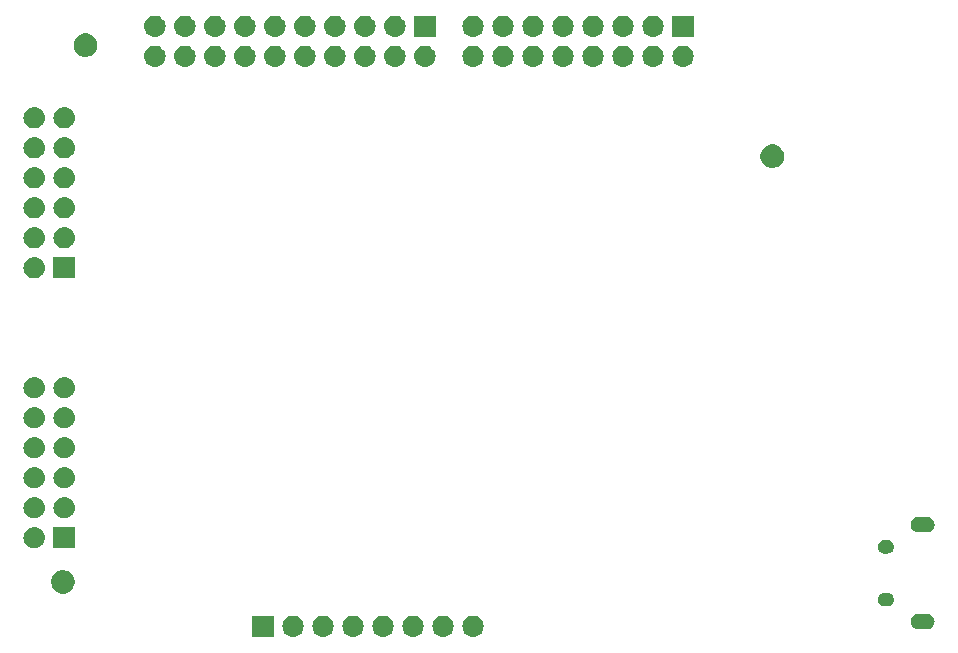
<source format=gbs>
G04 #@! TF.GenerationSoftware,KiCad,Pcbnew,5.0.2-bee76a0~70~ubuntu16.04.1*
G04 #@! TF.CreationDate,2020-05-07T16:47:39-03:00*
G04 #@! TF.ProjectId,FPGA para todos,46504741-2070-4617-9261-20746f646f73,1.2*
G04 #@! TF.SameCoordinates,Original*
G04 #@! TF.FileFunction,Soldermask,Bot*
G04 #@! TF.FilePolarity,Negative*
%FSLAX46Y46*%
G04 Gerber Fmt 4.6, Leading zero omitted, Abs format (unit mm)*
G04 Created by KiCad (PCBNEW 5.0.2-bee76a0~70~ubuntu16.04.1) date jue 07 may 2020 16:47:39 -03*
%MOMM*%
%LPD*%
G01*
G04 APERTURE LIST*
%ADD10C,0.100000*%
G04 APERTURE END LIST*
D10*
G36*
X123541000Y-115651000D02*
X121739000Y-115651000D01*
X121739000Y-113849000D01*
X123541000Y-113849000D01*
X123541000Y-115651000D01*
X123541000Y-115651000D01*
G37*
G36*
X137990442Y-113855518D02*
X138056627Y-113862037D01*
X138169853Y-113896384D01*
X138226467Y-113913557D01*
X138350015Y-113979596D01*
X138382991Y-113997222D01*
X138418729Y-114026552D01*
X138520186Y-114109814D01*
X138603448Y-114211271D01*
X138632778Y-114247009D01*
X138632779Y-114247011D01*
X138716443Y-114403533D01*
X138716443Y-114403534D01*
X138767963Y-114573373D01*
X138785359Y-114750000D01*
X138767963Y-114926627D01*
X138741610Y-115013500D01*
X138716443Y-115096467D01*
X138642348Y-115235087D01*
X138632778Y-115252991D01*
X138603448Y-115288729D01*
X138520186Y-115390186D01*
X138418729Y-115473448D01*
X138382991Y-115502778D01*
X138382989Y-115502779D01*
X138226467Y-115586443D01*
X138169853Y-115603616D01*
X138056627Y-115637963D01*
X137990443Y-115644481D01*
X137924260Y-115651000D01*
X137835740Y-115651000D01*
X137769557Y-115644481D01*
X137703373Y-115637963D01*
X137590147Y-115603616D01*
X137533533Y-115586443D01*
X137377011Y-115502779D01*
X137377009Y-115502778D01*
X137341271Y-115473448D01*
X137239814Y-115390186D01*
X137156552Y-115288729D01*
X137127222Y-115252991D01*
X137117652Y-115235087D01*
X137043557Y-115096467D01*
X137018390Y-115013500D01*
X136992037Y-114926627D01*
X136974641Y-114750000D01*
X136992037Y-114573373D01*
X137043557Y-114403534D01*
X137043557Y-114403533D01*
X137127221Y-114247011D01*
X137127222Y-114247009D01*
X137156552Y-114211271D01*
X137239814Y-114109814D01*
X137341271Y-114026552D01*
X137377009Y-113997222D01*
X137409985Y-113979596D01*
X137533533Y-113913557D01*
X137590147Y-113896384D01*
X137703373Y-113862037D01*
X137769558Y-113855518D01*
X137835740Y-113849000D01*
X137924260Y-113849000D01*
X137990442Y-113855518D01*
X137990442Y-113855518D01*
G37*
G36*
X140530442Y-113855518D02*
X140596627Y-113862037D01*
X140709853Y-113896384D01*
X140766467Y-113913557D01*
X140890015Y-113979596D01*
X140922991Y-113997222D01*
X140958729Y-114026552D01*
X141060186Y-114109814D01*
X141143448Y-114211271D01*
X141172778Y-114247009D01*
X141172779Y-114247011D01*
X141256443Y-114403533D01*
X141256443Y-114403534D01*
X141307963Y-114573373D01*
X141325359Y-114750000D01*
X141307963Y-114926627D01*
X141281610Y-115013500D01*
X141256443Y-115096467D01*
X141182348Y-115235087D01*
X141172778Y-115252991D01*
X141143448Y-115288729D01*
X141060186Y-115390186D01*
X140958729Y-115473448D01*
X140922991Y-115502778D01*
X140922989Y-115502779D01*
X140766467Y-115586443D01*
X140709853Y-115603616D01*
X140596627Y-115637963D01*
X140530443Y-115644481D01*
X140464260Y-115651000D01*
X140375740Y-115651000D01*
X140309557Y-115644481D01*
X140243373Y-115637963D01*
X140130147Y-115603616D01*
X140073533Y-115586443D01*
X139917011Y-115502779D01*
X139917009Y-115502778D01*
X139881271Y-115473448D01*
X139779814Y-115390186D01*
X139696552Y-115288729D01*
X139667222Y-115252991D01*
X139657652Y-115235087D01*
X139583557Y-115096467D01*
X139558390Y-115013500D01*
X139532037Y-114926627D01*
X139514641Y-114750000D01*
X139532037Y-114573373D01*
X139583557Y-114403534D01*
X139583557Y-114403533D01*
X139667221Y-114247011D01*
X139667222Y-114247009D01*
X139696552Y-114211271D01*
X139779814Y-114109814D01*
X139881271Y-114026552D01*
X139917009Y-113997222D01*
X139949985Y-113979596D01*
X140073533Y-113913557D01*
X140130147Y-113896384D01*
X140243373Y-113862037D01*
X140309558Y-113855518D01*
X140375740Y-113849000D01*
X140464260Y-113849000D01*
X140530442Y-113855518D01*
X140530442Y-113855518D01*
G37*
G36*
X135450442Y-113855518D02*
X135516627Y-113862037D01*
X135629853Y-113896384D01*
X135686467Y-113913557D01*
X135810015Y-113979596D01*
X135842991Y-113997222D01*
X135878729Y-114026552D01*
X135980186Y-114109814D01*
X136063448Y-114211271D01*
X136092778Y-114247009D01*
X136092779Y-114247011D01*
X136176443Y-114403533D01*
X136176443Y-114403534D01*
X136227963Y-114573373D01*
X136245359Y-114750000D01*
X136227963Y-114926627D01*
X136201610Y-115013500D01*
X136176443Y-115096467D01*
X136102348Y-115235087D01*
X136092778Y-115252991D01*
X136063448Y-115288729D01*
X135980186Y-115390186D01*
X135878729Y-115473448D01*
X135842991Y-115502778D01*
X135842989Y-115502779D01*
X135686467Y-115586443D01*
X135629853Y-115603616D01*
X135516627Y-115637963D01*
X135450443Y-115644481D01*
X135384260Y-115651000D01*
X135295740Y-115651000D01*
X135229557Y-115644481D01*
X135163373Y-115637963D01*
X135050147Y-115603616D01*
X134993533Y-115586443D01*
X134837011Y-115502779D01*
X134837009Y-115502778D01*
X134801271Y-115473448D01*
X134699814Y-115390186D01*
X134616552Y-115288729D01*
X134587222Y-115252991D01*
X134577652Y-115235087D01*
X134503557Y-115096467D01*
X134478390Y-115013500D01*
X134452037Y-114926627D01*
X134434641Y-114750000D01*
X134452037Y-114573373D01*
X134503557Y-114403534D01*
X134503557Y-114403533D01*
X134587221Y-114247011D01*
X134587222Y-114247009D01*
X134616552Y-114211271D01*
X134699814Y-114109814D01*
X134801271Y-114026552D01*
X134837009Y-113997222D01*
X134869985Y-113979596D01*
X134993533Y-113913557D01*
X135050147Y-113896384D01*
X135163373Y-113862037D01*
X135229558Y-113855518D01*
X135295740Y-113849000D01*
X135384260Y-113849000D01*
X135450442Y-113855518D01*
X135450442Y-113855518D01*
G37*
G36*
X132910442Y-113855518D02*
X132976627Y-113862037D01*
X133089853Y-113896384D01*
X133146467Y-113913557D01*
X133270015Y-113979596D01*
X133302991Y-113997222D01*
X133338729Y-114026552D01*
X133440186Y-114109814D01*
X133523448Y-114211271D01*
X133552778Y-114247009D01*
X133552779Y-114247011D01*
X133636443Y-114403533D01*
X133636443Y-114403534D01*
X133687963Y-114573373D01*
X133705359Y-114750000D01*
X133687963Y-114926627D01*
X133661610Y-115013500D01*
X133636443Y-115096467D01*
X133562348Y-115235087D01*
X133552778Y-115252991D01*
X133523448Y-115288729D01*
X133440186Y-115390186D01*
X133338729Y-115473448D01*
X133302991Y-115502778D01*
X133302989Y-115502779D01*
X133146467Y-115586443D01*
X133089853Y-115603616D01*
X132976627Y-115637963D01*
X132910443Y-115644481D01*
X132844260Y-115651000D01*
X132755740Y-115651000D01*
X132689557Y-115644481D01*
X132623373Y-115637963D01*
X132510147Y-115603616D01*
X132453533Y-115586443D01*
X132297011Y-115502779D01*
X132297009Y-115502778D01*
X132261271Y-115473448D01*
X132159814Y-115390186D01*
X132076552Y-115288729D01*
X132047222Y-115252991D01*
X132037652Y-115235087D01*
X131963557Y-115096467D01*
X131938390Y-115013500D01*
X131912037Y-114926627D01*
X131894641Y-114750000D01*
X131912037Y-114573373D01*
X131963557Y-114403534D01*
X131963557Y-114403533D01*
X132047221Y-114247011D01*
X132047222Y-114247009D01*
X132076552Y-114211271D01*
X132159814Y-114109814D01*
X132261271Y-114026552D01*
X132297009Y-113997222D01*
X132329985Y-113979596D01*
X132453533Y-113913557D01*
X132510147Y-113896384D01*
X132623373Y-113862037D01*
X132689558Y-113855518D01*
X132755740Y-113849000D01*
X132844260Y-113849000D01*
X132910442Y-113855518D01*
X132910442Y-113855518D01*
G37*
G36*
X127830442Y-113855518D02*
X127896627Y-113862037D01*
X128009853Y-113896384D01*
X128066467Y-113913557D01*
X128190015Y-113979596D01*
X128222991Y-113997222D01*
X128258729Y-114026552D01*
X128360186Y-114109814D01*
X128443448Y-114211271D01*
X128472778Y-114247009D01*
X128472779Y-114247011D01*
X128556443Y-114403533D01*
X128556443Y-114403534D01*
X128607963Y-114573373D01*
X128625359Y-114750000D01*
X128607963Y-114926627D01*
X128581610Y-115013500D01*
X128556443Y-115096467D01*
X128482348Y-115235087D01*
X128472778Y-115252991D01*
X128443448Y-115288729D01*
X128360186Y-115390186D01*
X128258729Y-115473448D01*
X128222991Y-115502778D01*
X128222989Y-115502779D01*
X128066467Y-115586443D01*
X128009853Y-115603616D01*
X127896627Y-115637963D01*
X127830443Y-115644481D01*
X127764260Y-115651000D01*
X127675740Y-115651000D01*
X127609557Y-115644481D01*
X127543373Y-115637963D01*
X127430147Y-115603616D01*
X127373533Y-115586443D01*
X127217011Y-115502779D01*
X127217009Y-115502778D01*
X127181271Y-115473448D01*
X127079814Y-115390186D01*
X126996552Y-115288729D01*
X126967222Y-115252991D01*
X126957652Y-115235087D01*
X126883557Y-115096467D01*
X126858390Y-115013500D01*
X126832037Y-114926627D01*
X126814641Y-114750000D01*
X126832037Y-114573373D01*
X126883557Y-114403534D01*
X126883557Y-114403533D01*
X126967221Y-114247011D01*
X126967222Y-114247009D01*
X126996552Y-114211271D01*
X127079814Y-114109814D01*
X127181271Y-114026552D01*
X127217009Y-113997222D01*
X127249985Y-113979596D01*
X127373533Y-113913557D01*
X127430147Y-113896384D01*
X127543373Y-113862037D01*
X127609558Y-113855518D01*
X127675740Y-113849000D01*
X127764260Y-113849000D01*
X127830442Y-113855518D01*
X127830442Y-113855518D01*
G37*
G36*
X130370442Y-113855518D02*
X130436627Y-113862037D01*
X130549853Y-113896384D01*
X130606467Y-113913557D01*
X130730015Y-113979596D01*
X130762991Y-113997222D01*
X130798729Y-114026552D01*
X130900186Y-114109814D01*
X130983448Y-114211271D01*
X131012778Y-114247009D01*
X131012779Y-114247011D01*
X131096443Y-114403533D01*
X131096443Y-114403534D01*
X131147963Y-114573373D01*
X131165359Y-114750000D01*
X131147963Y-114926627D01*
X131121610Y-115013500D01*
X131096443Y-115096467D01*
X131022348Y-115235087D01*
X131012778Y-115252991D01*
X130983448Y-115288729D01*
X130900186Y-115390186D01*
X130798729Y-115473448D01*
X130762991Y-115502778D01*
X130762989Y-115502779D01*
X130606467Y-115586443D01*
X130549853Y-115603616D01*
X130436627Y-115637963D01*
X130370443Y-115644481D01*
X130304260Y-115651000D01*
X130215740Y-115651000D01*
X130149557Y-115644481D01*
X130083373Y-115637963D01*
X129970147Y-115603616D01*
X129913533Y-115586443D01*
X129757011Y-115502779D01*
X129757009Y-115502778D01*
X129721271Y-115473448D01*
X129619814Y-115390186D01*
X129536552Y-115288729D01*
X129507222Y-115252991D01*
X129497652Y-115235087D01*
X129423557Y-115096467D01*
X129398390Y-115013500D01*
X129372037Y-114926627D01*
X129354641Y-114750000D01*
X129372037Y-114573373D01*
X129423557Y-114403534D01*
X129423557Y-114403533D01*
X129507221Y-114247011D01*
X129507222Y-114247009D01*
X129536552Y-114211271D01*
X129619814Y-114109814D01*
X129721271Y-114026552D01*
X129757009Y-113997222D01*
X129789985Y-113979596D01*
X129913533Y-113913557D01*
X129970147Y-113896384D01*
X130083373Y-113862037D01*
X130149558Y-113855518D01*
X130215740Y-113849000D01*
X130304260Y-113849000D01*
X130370442Y-113855518D01*
X130370442Y-113855518D01*
G37*
G36*
X125290442Y-113855518D02*
X125356627Y-113862037D01*
X125469853Y-113896384D01*
X125526467Y-113913557D01*
X125650015Y-113979596D01*
X125682991Y-113997222D01*
X125718729Y-114026552D01*
X125820186Y-114109814D01*
X125903448Y-114211271D01*
X125932778Y-114247009D01*
X125932779Y-114247011D01*
X126016443Y-114403533D01*
X126016443Y-114403534D01*
X126067963Y-114573373D01*
X126085359Y-114750000D01*
X126067963Y-114926627D01*
X126041610Y-115013500D01*
X126016443Y-115096467D01*
X125942348Y-115235087D01*
X125932778Y-115252991D01*
X125903448Y-115288729D01*
X125820186Y-115390186D01*
X125718729Y-115473448D01*
X125682991Y-115502778D01*
X125682989Y-115502779D01*
X125526467Y-115586443D01*
X125469853Y-115603616D01*
X125356627Y-115637963D01*
X125290443Y-115644481D01*
X125224260Y-115651000D01*
X125135740Y-115651000D01*
X125069557Y-115644481D01*
X125003373Y-115637963D01*
X124890147Y-115603616D01*
X124833533Y-115586443D01*
X124677011Y-115502779D01*
X124677009Y-115502778D01*
X124641271Y-115473448D01*
X124539814Y-115390186D01*
X124456552Y-115288729D01*
X124427222Y-115252991D01*
X124417652Y-115235087D01*
X124343557Y-115096467D01*
X124318390Y-115013500D01*
X124292037Y-114926627D01*
X124274641Y-114750000D01*
X124292037Y-114573373D01*
X124343557Y-114403534D01*
X124343557Y-114403533D01*
X124427221Y-114247011D01*
X124427222Y-114247009D01*
X124456552Y-114211271D01*
X124539814Y-114109814D01*
X124641271Y-114026552D01*
X124677009Y-113997222D01*
X124709985Y-113979596D01*
X124833533Y-113913557D01*
X124890147Y-113896384D01*
X125003373Y-113862037D01*
X125069558Y-113855518D01*
X125135740Y-113849000D01*
X125224260Y-113849000D01*
X125290442Y-113855518D01*
X125290442Y-113855518D01*
G37*
G36*
X178967567Y-113696100D02*
X179092640Y-113734040D01*
X179207903Y-113795650D01*
X179308935Y-113878565D01*
X179391850Y-113979597D01*
X179453460Y-114094860D01*
X179491400Y-114219933D01*
X179504210Y-114350000D01*
X179491400Y-114480067D01*
X179453460Y-114605140D01*
X179391850Y-114720403D01*
X179308935Y-114821435D01*
X179207903Y-114904350D01*
X179092640Y-114965960D01*
X178967567Y-115003900D01*
X178870095Y-115013500D01*
X178129905Y-115013500D01*
X178032433Y-115003900D01*
X177907360Y-114965960D01*
X177792097Y-114904350D01*
X177691065Y-114821435D01*
X177608150Y-114720403D01*
X177546540Y-114605140D01*
X177508600Y-114480067D01*
X177495790Y-114350000D01*
X177508600Y-114219933D01*
X177546540Y-114094860D01*
X177608150Y-113979597D01*
X177691065Y-113878565D01*
X177792097Y-113795650D01*
X177907360Y-113734040D01*
X178032433Y-113696100D01*
X178129905Y-113686500D01*
X178870095Y-113686500D01*
X178967567Y-113696100D01*
X178967567Y-113696100D01*
G37*
G36*
X175587916Y-111907334D02*
X175696492Y-111940271D01*
X175796557Y-111993756D01*
X175884264Y-112065736D01*
X175956244Y-112153443D01*
X176009729Y-112253508D01*
X176042666Y-112362084D01*
X176053787Y-112475000D01*
X176042666Y-112587916D01*
X176009729Y-112696492D01*
X175956244Y-112796557D01*
X175884264Y-112884264D01*
X175796557Y-112956244D01*
X175696492Y-113009729D01*
X175587916Y-113042666D01*
X175503298Y-113051000D01*
X175246702Y-113051000D01*
X175162084Y-113042666D01*
X175053508Y-113009729D01*
X174953443Y-112956244D01*
X174865736Y-112884264D01*
X174793756Y-112796557D01*
X174740271Y-112696492D01*
X174707334Y-112587916D01*
X174696213Y-112475000D01*
X174707334Y-112362084D01*
X174740271Y-112253508D01*
X174793756Y-112153443D01*
X174865736Y-112065736D01*
X174953443Y-111993756D01*
X175053508Y-111940271D01*
X175162084Y-111907334D01*
X175246702Y-111899000D01*
X175503298Y-111899000D01*
X175587916Y-111907334D01*
X175587916Y-111907334D01*
G37*
G36*
X105875770Y-110015372D02*
X105991689Y-110038429D01*
X106173678Y-110113811D01*
X106337463Y-110223249D01*
X106476751Y-110362537D01*
X106586189Y-110526322D01*
X106661571Y-110708311D01*
X106700000Y-110901509D01*
X106700000Y-111098491D01*
X106661571Y-111291689D01*
X106586189Y-111473678D01*
X106476751Y-111637463D01*
X106337463Y-111776751D01*
X106173678Y-111886189D01*
X105991689Y-111961571D01*
X105875770Y-111984628D01*
X105798493Y-112000000D01*
X105601507Y-112000000D01*
X105524230Y-111984628D01*
X105408311Y-111961571D01*
X105226322Y-111886189D01*
X105062537Y-111776751D01*
X104923249Y-111637463D01*
X104813811Y-111473678D01*
X104738429Y-111291689D01*
X104700000Y-111098491D01*
X104700000Y-110901509D01*
X104738429Y-110708311D01*
X104813811Y-110526322D01*
X104923249Y-110362537D01*
X105062537Y-110223249D01*
X105226322Y-110113811D01*
X105408311Y-110038429D01*
X105524230Y-110015372D01*
X105601507Y-110000000D01*
X105798493Y-110000000D01*
X105875770Y-110015372D01*
X105875770Y-110015372D01*
G37*
G36*
X175587916Y-107457334D02*
X175696492Y-107490271D01*
X175796557Y-107543756D01*
X175884264Y-107615736D01*
X175956244Y-107703443D01*
X176009729Y-107803508D01*
X176042666Y-107912084D01*
X176053787Y-108025000D01*
X176042666Y-108137916D01*
X176009729Y-108246492D01*
X175956244Y-108346557D01*
X175884264Y-108434264D01*
X175796557Y-108506244D01*
X175696492Y-108559729D01*
X175587916Y-108592666D01*
X175503298Y-108601000D01*
X175246702Y-108601000D01*
X175162084Y-108592666D01*
X175053508Y-108559729D01*
X174953443Y-108506244D01*
X174865736Y-108434264D01*
X174793756Y-108346557D01*
X174740271Y-108246492D01*
X174707334Y-108137916D01*
X174696213Y-108025000D01*
X174707334Y-107912084D01*
X174740271Y-107803508D01*
X174793756Y-107703443D01*
X174865736Y-107615736D01*
X174953443Y-107543756D01*
X175053508Y-107490271D01*
X175162084Y-107457334D01*
X175246702Y-107449000D01*
X175503298Y-107449000D01*
X175587916Y-107457334D01*
X175587916Y-107457334D01*
G37*
G36*
X106701612Y-108151000D02*
X104899612Y-108151000D01*
X104899612Y-106349000D01*
X106701612Y-106349000D01*
X106701612Y-108151000D01*
X106701612Y-108151000D01*
G37*
G36*
X103371054Y-106355518D02*
X103437239Y-106362037D01*
X103550465Y-106396384D01*
X103607079Y-106413557D01*
X103745699Y-106487652D01*
X103763603Y-106497222D01*
X103791849Y-106520403D01*
X103900798Y-106609814D01*
X103984060Y-106711271D01*
X104013390Y-106747009D01*
X104013391Y-106747011D01*
X104097055Y-106903533D01*
X104097055Y-106903534D01*
X104148575Y-107073373D01*
X104165971Y-107250000D01*
X104148575Y-107426627D01*
X104129269Y-107490271D01*
X104097055Y-107596467D01*
X104086755Y-107615736D01*
X104013390Y-107752991D01*
X103984060Y-107788729D01*
X103900798Y-107890186D01*
X103799341Y-107973448D01*
X103763603Y-108002778D01*
X103763601Y-108002779D01*
X103607079Y-108086443D01*
X103550465Y-108103616D01*
X103437239Y-108137963D01*
X103371055Y-108144481D01*
X103304872Y-108151000D01*
X103216352Y-108151000D01*
X103150169Y-108144481D01*
X103083985Y-108137963D01*
X102970759Y-108103616D01*
X102914145Y-108086443D01*
X102757623Y-108002779D01*
X102757621Y-108002778D01*
X102721883Y-107973448D01*
X102620426Y-107890186D01*
X102537164Y-107788729D01*
X102507834Y-107752991D01*
X102434469Y-107615736D01*
X102424169Y-107596467D01*
X102391955Y-107490271D01*
X102372649Y-107426627D01*
X102355253Y-107250000D01*
X102372649Y-107073373D01*
X102424169Y-106903534D01*
X102424169Y-106903533D01*
X102507833Y-106747011D01*
X102507834Y-106747009D01*
X102537164Y-106711271D01*
X102620426Y-106609814D01*
X102729375Y-106520403D01*
X102757621Y-106497222D01*
X102775525Y-106487652D01*
X102914145Y-106413557D01*
X102970759Y-106396384D01*
X103083985Y-106362037D01*
X103150170Y-106355518D01*
X103216352Y-106349000D01*
X103304872Y-106349000D01*
X103371054Y-106355518D01*
X103371054Y-106355518D01*
G37*
G36*
X178967567Y-105496100D02*
X179092640Y-105534040D01*
X179207903Y-105595650D01*
X179308935Y-105678565D01*
X179391850Y-105779597D01*
X179453460Y-105894860D01*
X179491400Y-106019933D01*
X179504210Y-106150000D01*
X179491400Y-106280067D01*
X179453460Y-106405140D01*
X179391850Y-106520403D01*
X179308935Y-106621435D01*
X179207903Y-106704350D01*
X179092640Y-106765960D01*
X178967567Y-106803900D01*
X178870095Y-106813500D01*
X178129905Y-106813500D01*
X178032433Y-106803900D01*
X177907360Y-106765960D01*
X177792097Y-106704350D01*
X177691065Y-106621435D01*
X177608150Y-106520403D01*
X177546540Y-106405140D01*
X177508600Y-106280067D01*
X177495790Y-106150000D01*
X177508600Y-106019933D01*
X177546540Y-105894860D01*
X177608150Y-105779597D01*
X177691065Y-105678565D01*
X177792097Y-105595650D01*
X177907360Y-105534040D01*
X178032433Y-105496100D01*
X178129905Y-105486500D01*
X178870095Y-105486500D01*
X178967567Y-105496100D01*
X178967567Y-105496100D01*
G37*
G36*
X103371054Y-103815518D02*
X103437239Y-103822037D01*
X103550465Y-103856384D01*
X103607079Y-103873557D01*
X103745699Y-103947652D01*
X103763603Y-103957222D01*
X103799341Y-103986552D01*
X103900798Y-104069814D01*
X103984060Y-104171271D01*
X104013390Y-104207009D01*
X104013391Y-104207011D01*
X104097055Y-104363533D01*
X104097055Y-104363534D01*
X104148575Y-104533373D01*
X104165971Y-104710000D01*
X104148575Y-104886627D01*
X104114228Y-104999853D01*
X104097055Y-105056467D01*
X104022960Y-105195087D01*
X104013390Y-105212991D01*
X103984060Y-105248729D01*
X103900798Y-105350186D01*
X103799341Y-105433448D01*
X103763603Y-105462778D01*
X103763601Y-105462779D01*
X103607079Y-105546443D01*
X103550465Y-105563616D01*
X103437239Y-105597963D01*
X103371054Y-105604482D01*
X103304872Y-105611000D01*
X103216352Y-105611000D01*
X103150170Y-105604482D01*
X103083985Y-105597963D01*
X102970759Y-105563616D01*
X102914145Y-105546443D01*
X102757623Y-105462779D01*
X102757621Y-105462778D01*
X102721883Y-105433448D01*
X102620426Y-105350186D01*
X102537164Y-105248729D01*
X102507834Y-105212991D01*
X102498264Y-105195087D01*
X102424169Y-105056467D01*
X102406996Y-104999853D01*
X102372649Y-104886627D01*
X102355253Y-104710000D01*
X102372649Y-104533373D01*
X102424169Y-104363534D01*
X102424169Y-104363533D01*
X102507833Y-104207011D01*
X102507834Y-104207009D01*
X102537164Y-104171271D01*
X102620426Y-104069814D01*
X102721883Y-103986552D01*
X102757621Y-103957222D01*
X102775525Y-103947652D01*
X102914145Y-103873557D01*
X102970759Y-103856384D01*
X103083985Y-103822037D01*
X103150170Y-103815518D01*
X103216352Y-103809000D01*
X103304872Y-103809000D01*
X103371054Y-103815518D01*
X103371054Y-103815518D01*
G37*
G36*
X105911054Y-103815518D02*
X105977239Y-103822037D01*
X106090465Y-103856384D01*
X106147079Y-103873557D01*
X106285699Y-103947652D01*
X106303603Y-103957222D01*
X106339341Y-103986552D01*
X106440798Y-104069814D01*
X106524060Y-104171271D01*
X106553390Y-104207009D01*
X106553391Y-104207011D01*
X106637055Y-104363533D01*
X106637055Y-104363534D01*
X106688575Y-104533373D01*
X106705971Y-104710000D01*
X106688575Y-104886627D01*
X106654228Y-104999853D01*
X106637055Y-105056467D01*
X106562960Y-105195087D01*
X106553390Y-105212991D01*
X106524060Y-105248729D01*
X106440798Y-105350186D01*
X106339341Y-105433448D01*
X106303603Y-105462778D01*
X106303601Y-105462779D01*
X106147079Y-105546443D01*
X106090465Y-105563616D01*
X105977239Y-105597963D01*
X105911054Y-105604482D01*
X105844872Y-105611000D01*
X105756352Y-105611000D01*
X105690170Y-105604482D01*
X105623985Y-105597963D01*
X105510759Y-105563616D01*
X105454145Y-105546443D01*
X105297623Y-105462779D01*
X105297621Y-105462778D01*
X105261883Y-105433448D01*
X105160426Y-105350186D01*
X105077164Y-105248729D01*
X105047834Y-105212991D01*
X105038264Y-105195087D01*
X104964169Y-105056467D01*
X104946996Y-104999853D01*
X104912649Y-104886627D01*
X104895253Y-104710000D01*
X104912649Y-104533373D01*
X104964169Y-104363534D01*
X104964169Y-104363533D01*
X105047833Y-104207011D01*
X105047834Y-104207009D01*
X105077164Y-104171271D01*
X105160426Y-104069814D01*
X105261883Y-103986552D01*
X105297621Y-103957222D01*
X105315525Y-103947652D01*
X105454145Y-103873557D01*
X105510759Y-103856384D01*
X105623985Y-103822037D01*
X105690170Y-103815518D01*
X105756352Y-103809000D01*
X105844872Y-103809000D01*
X105911054Y-103815518D01*
X105911054Y-103815518D01*
G37*
G36*
X105911055Y-101275519D02*
X105977239Y-101282037D01*
X106090465Y-101316384D01*
X106147079Y-101333557D01*
X106285699Y-101407652D01*
X106303603Y-101417222D01*
X106339341Y-101446552D01*
X106440798Y-101529814D01*
X106524060Y-101631271D01*
X106553390Y-101667009D01*
X106553391Y-101667011D01*
X106637055Y-101823533D01*
X106637055Y-101823534D01*
X106688575Y-101993373D01*
X106705971Y-102170000D01*
X106688575Y-102346627D01*
X106654228Y-102459853D01*
X106637055Y-102516467D01*
X106562960Y-102655087D01*
X106553390Y-102672991D01*
X106524060Y-102708729D01*
X106440798Y-102810186D01*
X106339341Y-102893448D01*
X106303603Y-102922778D01*
X106303601Y-102922779D01*
X106147079Y-103006443D01*
X106090465Y-103023616D01*
X105977239Y-103057963D01*
X105911054Y-103064482D01*
X105844872Y-103071000D01*
X105756352Y-103071000D01*
X105690169Y-103064481D01*
X105623985Y-103057963D01*
X105510759Y-103023616D01*
X105454145Y-103006443D01*
X105297623Y-102922779D01*
X105297621Y-102922778D01*
X105261883Y-102893448D01*
X105160426Y-102810186D01*
X105077164Y-102708729D01*
X105047834Y-102672991D01*
X105038264Y-102655087D01*
X104964169Y-102516467D01*
X104946996Y-102459853D01*
X104912649Y-102346627D01*
X104895253Y-102170000D01*
X104912649Y-101993373D01*
X104964169Y-101823534D01*
X104964169Y-101823533D01*
X105047833Y-101667011D01*
X105047834Y-101667009D01*
X105077164Y-101631271D01*
X105160426Y-101529814D01*
X105261883Y-101446552D01*
X105297621Y-101417222D01*
X105315525Y-101407652D01*
X105454145Y-101333557D01*
X105510759Y-101316384D01*
X105623985Y-101282037D01*
X105690169Y-101275519D01*
X105756352Y-101269000D01*
X105844872Y-101269000D01*
X105911055Y-101275519D01*
X105911055Y-101275519D01*
G37*
G36*
X103371055Y-101275519D02*
X103437239Y-101282037D01*
X103550465Y-101316384D01*
X103607079Y-101333557D01*
X103745699Y-101407652D01*
X103763603Y-101417222D01*
X103799341Y-101446552D01*
X103900798Y-101529814D01*
X103984060Y-101631271D01*
X104013390Y-101667009D01*
X104013391Y-101667011D01*
X104097055Y-101823533D01*
X104097055Y-101823534D01*
X104148575Y-101993373D01*
X104165971Y-102170000D01*
X104148575Y-102346627D01*
X104114228Y-102459853D01*
X104097055Y-102516467D01*
X104022960Y-102655087D01*
X104013390Y-102672991D01*
X103984060Y-102708729D01*
X103900798Y-102810186D01*
X103799341Y-102893448D01*
X103763603Y-102922778D01*
X103763601Y-102922779D01*
X103607079Y-103006443D01*
X103550465Y-103023616D01*
X103437239Y-103057963D01*
X103371054Y-103064482D01*
X103304872Y-103071000D01*
X103216352Y-103071000D01*
X103150169Y-103064481D01*
X103083985Y-103057963D01*
X102970759Y-103023616D01*
X102914145Y-103006443D01*
X102757623Y-102922779D01*
X102757621Y-102922778D01*
X102721883Y-102893448D01*
X102620426Y-102810186D01*
X102537164Y-102708729D01*
X102507834Y-102672991D01*
X102498264Y-102655087D01*
X102424169Y-102516467D01*
X102406996Y-102459853D01*
X102372649Y-102346627D01*
X102355253Y-102170000D01*
X102372649Y-101993373D01*
X102424169Y-101823534D01*
X102424169Y-101823533D01*
X102507833Y-101667011D01*
X102507834Y-101667009D01*
X102537164Y-101631271D01*
X102620426Y-101529814D01*
X102721883Y-101446552D01*
X102757621Y-101417222D01*
X102775525Y-101407652D01*
X102914145Y-101333557D01*
X102970759Y-101316384D01*
X103083985Y-101282037D01*
X103150169Y-101275519D01*
X103216352Y-101269000D01*
X103304872Y-101269000D01*
X103371055Y-101275519D01*
X103371055Y-101275519D01*
G37*
G36*
X105911055Y-98735519D02*
X105977239Y-98742037D01*
X106090465Y-98776384D01*
X106147079Y-98793557D01*
X106285699Y-98867652D01*
X106303603Y-98877222D01*
X106339341Y-98906552D01*
X106440798Y-98989814D01*
X106524060Y-99091271D01*
X106553390Y-99127009D01*
X106553391Y-99127011D01*
X106637055Y-99283533D01*
X106637055Y-99283534D01*
X106688575Y-99453373D01*
X106705971Y-99630000D01*
X106688575Y-99806627D01*
X106654228Y-99919853D01*
X106637055Y-99976467D01*
X106562960Y-100115087D01*
X106553390Y-100132991D01*
X106524060Y-100168729D01*
X106440798Y-100270186D01*
X106339341Y-100353448D01*
X106303603Y-100382778D01*
X106303601Y-100382779D01*
X106147079Y-100466443D01*
X106090465Y-100483616D01*
X105977239Y-100517963D01*
X105911054Y-100524482D01*
X105844872Y-100531000D01*
X105756352Y-100531000D01*
X105690169Y-100524481D01*
X105623985Y-100517963D01*
X105510759Y-100483616D01*
X105454145Y-100466443D01*
X105297623Y-100382779D01*
X105297621Y-100382778D01*
X105261883Y-100353448D01*
X105160426Y-100270186D01*
X105077164Y-100168729D01*
X105047834Y-100132991D01*
X105038264Y-100115087D01*
X104964169Y-99976467D01*
X104946996Y-99919853D01*
X104912649Y-99806627D01*
X104895253Y-99630000D01*
X104912649Y-99453373D01*
X104964169Y-99283534D01*
X104964169Y-99283533D01*
X105047833Y-99127011D01*
X105047834Y-99127009D01*
X105077164Y-99091271D01*
X105160426Y-98989814D01*
X105261883Y-98906552D01*
X105297621Y-98877222D01*
X105315525Y-98867652D01*
X105454145Y-98793557D01*
X105510759Y-98776384D01*
X105623985Y-98742037D01*
X105690169Y-98735519D01*
X105756352Y-98729000D01*
X105844872Y-98729000D01*
X105911055Y-98735519D01*
X105911055Y-98735519D01*
G37*
G36*
X103371055Y-98735519D02*
X103437239Y-98742037D01*
X103550465Y-98776384D01*
X103607079Y-98793557D01*
X103745699Y-98867652D01*
X103763603Y-98877222D01*
X103799341Y-98906552D01*
X103900798Y-98989814D01*
X103984060Y-99091271D01*
X104013390Y-99127009D01*
X104013391Y-99127011D01*
X104097055Y-99283533D01*
X104097055Y-99283534D01*
X104148575Y-99453373D01*
X104165971Y-99630000D01*
X104148575Y-99806627D01*
X104114228Y-99919853D01*
X104097055Y-99976467D01*
X104022960Y-100115087D01*
X104013390Y-100132991D01*
X103984060Y-100168729D01*
X103900798Y-100270186D01*
X103799341Y-100353448D01*
X103763603Y-100382778D01*
X103763601Y-100382779D01*
X103607079Y-100466443D01*
X103550465Y-100483616D01*
X103437239Y-100517963D01*
X103371054Y-100524482D01*
X103304872Y-100531000D01*
X103216352Y-100531000D01*
X103150169Y-100524481D01*
X103083985Y-100517963D01*
X102970759Y-100483616D01*
X102914145Y-100466443D01*
X102757623Y-100382779D01*
X102757621Y-100382778D01*
X102721883Y-100353448D01*
X102620426Y-100270186D01*
X102537164Y-100168729D01*
X102507834Y-100132991D01*
X102498264Y-100115087D01*
X102424169Y-99976467D01*
X102406996Y-99919853D01*
X102372649Y-99806627D01*
X102355253Y-99630000D01*
X102372649Y-99453373D01*
X102424169Y-99283534D01*
X102424169Y-99283533D01*
X102507833Y-99127011D01*
X102507834Y-99127009D01*
X102537164Y-99091271D01*
X102620426Y-98989814D01*
X102721883Y-98906552D01*
X102757621Y-98877222D01*
X102775525Y-98867652D01*
X102914145Y-98793557D01*
X102970759Y-98776384D01*
X103083985Y-98742037D01*
X103150169Y-98735519D01*
X103216352Y-98729000D01*
X103304872Y-98729000D01*
X103371055Y-98735519D01*
X103371055Y-98735519D01*
G37*
G36*
X105911055Y-96195519D02*
X105977239Y-96202037D01*
X106090465Y-96236384D01*
X106147079Y-96253557D01*
X106285699Y-96327652D01*
X106303603Y-96337222D01*
X106339341Y-96366552D01*
X106440798Y-96449814D01*
X106524060Y-96551271D01*
X106553390Y-96587009D01*
X106553391Y-96587011D01*
X106637055Y-96743533D01*
X106637055Y-96743534D01*
X106688575Y-96913373D01*
X106705971Y-97090000D01*
X106688575Y-97266627D01*
X106654228Y-97379853D01*
X106637055Y-97436467D01*
X106562960Y-97575087D01*
X106553390Y-97592991D01*
X106524060Y-97628729D01*
X106440798Y-97730186D01*
X106339341Y-97813448D01*
X106303603Y-97842778D01*
X106303601Y-97842779D01*
X106147079Y-97926443D01*
X106090465Y-97943616D01*
X105977239Y-97977963D01*
X105911055Y-97984481D01*
X105844872Y-97991000D01*
X105756352Y-97991000D01*
X105690169Y-97984481D01*
X105623985Y-97977963D01*
X105510759Y-97943616D01*
X105454145Y-97926443D01*
X105297623Y-97842779D01*
X105297621Y-97842778D01*
X105261883Y-97813448D01*
X105160426Y-97730186D01*
X105077164Y-97628729D01*
X105047834Y-97592991D01*
X105038264Y-97575087D01*
X104964169Y-97436467D01*
X104946996Y-97379853D01*
X104912649Y-97266627D01*
X104895253Y-97090000D01*
X104912649Y-96913373D01*
X104964169Y-96743534D01*
X104964169Y-96743533D01*
X105047833Y-96587011D01*
X105047834Y-96587009D01*
X105077164Y-96551271D01*
X105160426Y-96449814D01*
X105261883Y-96366552D01*
X105297621Y-96337222D01*
X105315525Y-96327652D01*
X105454145Y-96253557D01*
X105510759Y-96236384D01*
X105623985Y-96202037D01*
X105690169Y-96195519D01*
X105756352Y-96189000D01*
X105844872Y-96189000D01*
X105911055Y-96195519D01*
X105911055Y-96195519D01*
G37*
G36*
X103371055Y-96195519D02*
X103437239Y-96202037D01*
X103550465Y-96236384D01*
X103607079Y-96253557D01*
X103745699Y-96327652D01*
X103763603Y-96337222D01*
X103799341Y-96366552D01*
X103900798Y-96449814D01*
X103984060Y-96551271D01*
X104013390Y-96587009D01*
X104013391Y-96587011D01*
X104097055Y-96743533D01*
X104097055Y-96743534D01*
X104148575Y-96913373D01*
X104165971Y-97090000D01*
X104148575Y-97266627D01*
X104114228Y-97379853D01*
X104097055Y-97436467D01*
X104022960Y-97575087D01*
X104013390Y-97592991D01*
X103984060Y-97628729D01*
X103900798Y-97730186D01*
X103799341Y-97813448D01*
X103763603Y-97842778D01*
X103763601Y-97842779D01*
X103607079Y-97926443D01*
X103550465Y-97943616D01*
X103437239Y-97977963D01*
X103371055Y-97984481D01*
X103304872Y-97991000D01*
X103216352Y-97991000D01*
X103150169Y-97984481D01*
X103083985Y-97977963D01*
X102970759Y-97943616D01*
X102914145Y-97926443D01*
X102757623Y-97842779D01*
X102757621Y-97842778D01*
X102721883Y-97813448D01*
X102620426Y-97730186D01*
X102537164Y-97628729D01*
X102507834Y-97592991D01*
X102498264Y-97575087D01*
X102424169Y-97436467D01*
X102406996Y-97379853D01*
X102372649Y-97266627D01*
X102355253Y-97090000D01*
X102372649Y-96913373D01*
X102424169Y-96743534D01*
X102424169Y-96743533D01*
X102507833Y-96587011D01*
X102507834Y-96587009D01*
X102537164Y-96551271D01*
X102620426Y-96449814D01*
X102721883Y-96366552D01*
X102757621Y-96337222D01*
X102775525Y-96327652D01*
X102914145Y-96253557D01*
X102970759Y-96236384D01*
X103083985Y-96202037D01*
X103150169Y-96195519D01*
X103216352Y-96189000D01*
X103304872Y-96189000D01*
X103371055Y-96195519D01*
X103371055Y-96195519D01*
G37*
G36*
X105911054Y-93655518D02*
X105977239Y-93662037D01*
X106090465Y-93696384D01*
X106147079Y-93713557D01*
X106285699Y-93787652D01*
X106303603Y-93797222D01*
X106339341Y-93826552D01*
X106440798Y-93909814D01*
X106524060Y-94011271D01*
X106553390Y-94047009D01*
X106553391Y-94047011D01*
X106637055Y-94203533D01*
X106637055Y-94203534D01*
X106688575Y-94373373D01*
X106705971Y-94550000D01*
X106688575Y-94726627D01*
X106654228Y-94839853D01*
X106637055Y-94896467D01*
X106562960Y-95035087D01*
X106553390Y-95052991D01*
X106524060Y-95088729D01*
X106440798Y-95190186D01*
X106339341Y-95273448D01*
X106303603Y-95302778D01*
X106303601Y-95302779D01*
X106147079Y-95386443D01*
X106090465Y-95403616D01*
X105977239Y-95437963D01*
X105911054Y-95444482D01*
X105844872Y-95451000D01*
X105756352Y-95451000D01*
X105690170Y-95444482D01*
X105623985Y-95437963D01*
X105510759Y-95403616D01*
X105454145Y-95386443D01*
X105297623Y-95302779D01*
X105297621Y-95302778D01*
X105261883Y-95273448D01*
X105160426Y-95190186D01*
X105077164Y-95088729D01*
X105047834Y-95052991D01*
X105038264Y-95035087D01*
X104964169Y-94896467D01*
X104946996Y-94839853D01*
X104912649Y-94726627D01*
X104895253Y-94550000D01*
X104912649Y-94373373D01*
X104964169Y-94203534D01*
X104964169Y-94203533D01*
X105047833Y-94047011D01*
X105047834Y-94047009D01*
X105077164Y-94011271D01*
X105160426Y-93909814D01*
X105261883Y-93826552D01*
X105297621Y-93797222D01*
X105315525Y-93787652D01*
X105454145Y-93713557D01*
X105510759Y-93696384D01*
X105623985Y-93662037D01*
X105690170Y-93655518D01*
X105756352Y-93649000D01*
X105844872Y-93649000D01*
X105911054Y-93655518D01*
X105911054Y-93655518D01*
G37*
G36*
X103371054Y-93655518D02*
X103437239Y-93662037D01*
X103550465Y-93696384D01*
X103607079Y-93713557D01*
X103745699Y-93787652D01*
X103763603Y-93797222D01*
X103799341Y-93826552D01*
X103900798Y-93909814D01*
X103984060Y-94011271D01*
X104013390Y-94047009D01*
X104013391Y-94047011D01*
X104097055Y-94203533D01*
X104097055Y-94203534D01*
X104148575Y-94373373D01*
X104165971Y-94550000D01*
X104148575Y-94726627D01*
X104114228Y-94839853D01*
X104097055Y-94896467D01*
X104022960Y-95035087D01*
X104013390Y-95052991D01*
X103984060Y-95088729D01*
X103900798Y-95190186D01*
X103799341Y-95273448D01*
X103763603Y-95302778D01*
X103763601Y-95302779D01*
X103607079Y-95386443D01*
X103550465Y-95403616D01*
X103437239Y-95437963D01*
X103371054Y-95444482D01*
X103304872Y-95451000D01*
X103216352Y-95451000D01*
X103150170Y-95444482D01*
X103083985Y-95437963D01*
X102970759Y-95403616D01*
X102914145Y-95386443D01*
X102757623Y-95302779D01*
X102757621Y-95302778D01*
X102721883Y-95273448D01*
X102620426Y-95190186D01*
X102537164Y-95088729D01*
X102507834Y-95052991D01*
X102498264Y-95035087D01*
X102424169Y-94896467D01*
X102406996Y-94839853D01*
X102372649Y-94726627D01*
X102355253Y-94550000D01*
X102372649Y-94373373D01*
X102424169Y-94203534D01*
X102424169Y-94203533D01*
X102507833Y-94047011D01*
X102507834Y-94047009D01*
X102537164Y-94011271D01*
X102620426Y-93909814D01*
X102721883Y-93826552D01*
X102757621Y-93797222D01*
X102775525Y-93787652D01*
X102914145Y-93713557D01*
X102970759Y-93696384D01*
X103083985Y-93662037D01*
X103150170Y-93655518D01*
X103216352Y-93649000D01*
X103304872Y-93649000D01*
X103371054Y-93655518D01*
X103371054Y-93655518D01*
G37*
G36*
X103371054Y-83505518D02*
X103437239Y-83512037D01*
X103550465Y-83546384D01*
X103607079Y-83563557D01*
X103745699Y-83637652D01*
X103763603Y-83647222D01*
X103799341Y-83676552D01*
X103900798Y-83759814D01*
X103984060Y-83861271D01*
X104013390Y-83897009D01*
X104013391Y-83897011D01*
X104097055Y-84053533D01*
X104097055Y-84053534D01*
X104148575Y-84223373D01*
X104165971Y-84400000D01*
X104148575Y-84576627D01*
X104114228Y-84689853D01*
X104097055Y-84746467D01*
X104022960Y-84885087D01*
X104013390Y-84902991D01*
X103984060Y-84938729D01*
X103900798Y-85040186D01*
X103799341Y-85123448D01*
X103763603Y-85152778D01*
X103763601Y-85152779D01*
X103607079Y-85236443D01*
X103550465Y-85253616D01*
X103437239Y-85287963D01*
X103371055Y-85294481D01*
X103304872Y-85301000D01*
X103216352Y-85301000D01*
X103150169Y-85294481D01*
X103083985Y-85287963D01*
X102970759Y-85253616D01*
X102914145Y-85236443D01*
X102757623Y-85152779D01*
X102757621Y-85152778D01*
X102721883Y-85123448D01*
X102620426Y-85040186D01*
X102537164Y-84938729D01*
X102507834Y-84902991D01*
X102498264Y-84885087D01*
X102424169Y-84746467D01*
X102406996Y-84689853D01*
X102372649Y-84576627D01*
X102355253Y-84400000D01*
X102372649Y-84223373D01*
X102424169Y-84053534D01*
X102424169Y-84053533D01*
X102507833Y-83897011D01*
X102507834Y-83897009D01*
X102537164Y-83861271D01*
X102620426Y-83759814D01*
X102721883Y-83676552D01*
X102757621Y-83647222D01*
X102775525Y-83637652D01*
X102914145Y-83563557D01*
X102970759Y-83546384D01*
X103083985Y-83512037D01*
X103150170Y-83505518D01*
X103216352Y-83499000D01*
X103304872Y-83499000D01*
X103371054Y-83505518D01*
X103371054Y-83505518D01*
G37*
G36*
X106701612Y-85301000D02*
X104899612Y-85301000D01*
X104899612Y-83499000D01*
X106701612Y-83499000D01*
X106701612Y-85301000D01*
X106701612Y-85301000D01*
G37*
G36*
X105911055Y-80965519D02*
X105977239Y-80972037D01*
X106090465Y-81006384D01*
X106147079Y-81023557D01*
X106285699Y-81097652D01*
X106303603Y-81107222D01*
X106339341Y-81136552D01*
X106440798Y-81219814D01*
X106524060Y-81321271D01*
X106553390Y-81357009D01*
X106553391Y-81357011D01*
X106637055Y-81513533D01*
X106637055Y-81513534D01*
X106688575Y-81683373D01*
X106705971Y-81860000D01*
X106688575Y-82036627D01*
X106654228Y-82149853D01*
X106637055Y-82206467D01*
X106562960Y-82345087D01*
X106553390Y-82362991D01*
X106524060Y-82398729D01*
X106440798Y-82500186D01*
X106339341Y-82583448D01*
X106303603Y-82612778D01*
X106303601Y-82612779D01*
X106147079Y-82696443D01*
X106090465Y-82713616D01*
X105977239Y-82747963D01*
X105911054Y-82754482D01*
X105844872Y-82761000D01*
X105756352Y-82761000D01*
X105690170Y-82754482D01*
X105623985Y-82747963D01*
X105510759Y-82713616D01*
X105454145Y-82696443D01*
X105297623Y-82612779D01*
X105297621Y-82612778D01*
X105261883Y-82583448D01*
X105160426Y-82500186D01*
X105077164Y-82398729D01*
X105047834Y-82362991D01*
X105038264Y-82345087D01*
X104964169Y-82206467D01*
X104946996Y-82149853D01*
X104912649Y-82036627D01*
X104895253Y-81860000D01*
X104912649Y-81683373D01*
X104964169Y-81513534D01*
X104964169Y-81513533D01*
X105047833Y-81357011D01*
X105047834Y-81357009D01*
X105077164Y-81321271D01*
X105160426Y-81219814D01*
X105261883Y-81136552D01*
X105297621Y-81107222D01*
X105315525Y-81097652D01*
X105454145Y-81023557D01*
X105510759Y-81006384D01*
X105623985Y-80972037D01*
X105690169Y-80965519D01*
X105756352Y-80959000D01*
X105844872Y-80959000D01*
X105911055Y-80965519D01*
X105911055Y-80965519D01*
G37*
G36*
X103371055Y-80965519D02*
X103437239Y-80972037D01*
X103550465Y-81006384D01*
X103607079Y-81023557D01*
X103745699Y-81097652D01*
X103763603Y-81107222D01*
X103799341Y-81136552D01*
X103900798Y-81219814D01*
X103984060Y-81321271D01*
X104013390Y-81357009D01*
X104013391Y-81357011D01*
X104097055Y-81513533D01*
X104097055Y-81513534D01*
X104148575Y-81683373D01*
X104165971Y-81860000D01*
X104148575Y-82036627D01*
X104114228Y-82149853D01*
X104097055Y-82206467D01*
X104022960Y-82345087D01*
X104013390Y-82362991D01*
X103984060Y-82398729D01*
X103900798Y-82500186D01*
X103799341Y-82583448D01*
X103763603Y-82612778D01*
X103763601Y-82612779D01*
X103607079Y-82696443D01*
X103550465Y-82713616D01*
X103437239Y-82747963D01*
X103371054Y-82754482D01*
X103304872Y-82761000D01*
X103216352Y-82761000D01*
X103150170Y-82754482D01*
X103083985Y-82747963D01*
X102970759Y-82713616D01*
X102914145Y-82696443D01*
X102757623Y-82612779D01*
X102757621Y-82612778D01*
X102721883Y-82583448D01*
X102620426Y-82500186D01*
X102537164Y-82398729D01*
X102507834Y-82362991D01*
X102498264Y-82345087D01*
X102424169Y-82206467D01*
X102406996Y-82149853D01*
X102372649Y-82036627D01*
X102355253Y-81860000D01*
X102372649Y-81683373D01*
X102424169Y-81513534D01*
X102424169Y-81513533D01*
X102507833Y-81357011D01*
X102507834Y-81357009D01*
X102537164Y-81321271D01*
X102620426Y-81219814D01*
X102721883Y-81136552D01*
X102757621Y-81107222D01*
X102775525Y-81097652D01*
X102914145Y-81023557D01*
X102970759Y-81006384D01*
X103083985Y-80972037D01*
X103150169Y-80965519D01*
X103216352Y-80959000D01*
X103304872Y-80959000D01*
X103371055Y-80965519D01*
X103371055Y-80965519D01*
G37*
G36*
X103371055Y-78425519D02*
X103437239Y-78432037D01*
X103550465Y-78466384D01*
X103607079Y-78483557D01*
X103745699Y-78557652D01*
X103763603Y-78567222D01*
X103799341Y-78596552D01*
X103900798Y-78679814D01*
X103984060Y-78781271D01*
X104013390Y-78817009D01*
X104013391Y-78817011D01*
X104097055Y-78973533D01*
X104097055Y-78973534D01*
X104148575Y-79143373D01*
X104165971Y-79320000D01*
X104148575Y-79496627D01*
X104114228Y-79609853D01*
X104097055Y-79666467D01*
X104022960Y-79805087D01*
X104013390Y-79822991D01*
X103984060Y-79858729D01*
X103900798Y-79960186D01*
X103799341Y-80043448D01*
X103763603Y-80072778D01*
X103763601Y-80072779D01*
X103607079Y-80156443D01*
X103550465Y-80173616D01*
X103437239Y-80207963D01*
X103371055Y-80214481D01*
X103304872Y-80221000D01*
X103216352Y-80221000D01*
X103150169Y-80214481D01*
X103083985Y-80207963D01*
X102970759Y-80173616D01*
X102914145Y-80156443D01*
X102757623Y-80072779D01*
X102757621Y-80072778D01*
X102721883Y-80043448D01*
X102620426Y-79960186D01*
X102537164Y-79858729D01*
X102507834Y-79822991D01*
X102498264Y-79805087D01*
X102424169Y-79666467D01*
X102406996Y-79609853D01*
X102372649Y-79496627D01*
X102355253Y-79320000D01*
X102372649Y-79143373D01*
X102424169Y-78973534D01*
X102424169Y-78973533D01*
X102507833Y-78817011D01*
X102507834Y-78817009D01*
X102537164Y-78781271D01*
X102620426Y-78679814D01*
X102721883Y-78596552D01*
X102757621Y-78567222D01*
X102775525Y-78557652D01*
X102914145Y-78483557D01*
X102970759Y-78466384D01*
X103083985Y-78432037D01*
X103150169Y-78425519D01*
X103216352Y-78419000D01*
X103304872Y-78419000D01*
X103371055Y-78425519D01*
X103371055Y-78425519D01*
G37*
G36*
X105911055Y-78425519D02*
X105977239Y-78432037D01*
X106090465Y-78466384D01*
X106147079Y-78483557D01*
X106285699Y-78557652D01*
X106303603Y-78567222D01*
X106339341Y-78596552D01*
X106440798Y-78679814D01*
X106524060Y-78781271D01*
X106553390Y-78817009D01*
X106553391Y-78817011D01*
X106637055Y-78973533D01*
X106637055Y-78973534D01*
X106688575Y-79143373D01*
X106705971Y-79320000D01*
X106688575Y-79496627D01*
X106654228Y-79609853D01*
X106637055Y-79666467D01*
X106562960Y-79805087D01*
X106553390Y-79822991D01*
X106524060Y-79858729D01*
X106440798Y-79960186D01*
X106339341Y-80043448D01*
X106303603Y-80072778D01*
X106303601Y-80072779D01*
X106147079Y-80156443D01*
X106090465Y-80173616D01*
X105977239Y-80207963D01*
X105911055Y-80214481D01*
X105844872Y-80221000D01*
X105756352Y-80221000D01*
X105690169Y-80214481D01*
X105623985Y-80207963D01*
X105510759Y-80173616D01*
X105454145Y-80156443D01*
X105297623Y-80072779D01*
X105297621Y-80072778D01*
X105261883Y-80043448D01*
X105160426Y-79960186D01*
X105077164Y-79858729D01*
X105047834Y-79822991D01*
X105038264Y-79805087D01*
X104964169Y-79666467D01*
X104946996Y-79609853D01*
X104912649Y-79496627D01*
X104895253Y-79320000D01*
X104912649Y-79143373D01*
X104964169Y-78973534D01*
X104964169Y-78973533D01*
X105047833Y-78817011D01*
X105047834Y-78817009D01*
X105077164Y-78781271D01*
X105160426Y-78679814D01*
X105261883Y-78596552D01*
X105297621Y-78567222D01*
X105315525Y-78557652D01*
X105454145Y-78483557D01*
X105510759Y-78466384D01*
X105623985Y-78432037D01*
X105690169Y-78425519D01*
X105756352Y-78419000D01*
X105844872Y-78419000D01*
X105911055Y-78425519D01*
X105911055Y-78425519D01*
G37*
G36*
X103371054Y-75885518D02*
X103437239Y-75892037D01*
X103550465Y-75926384D01*
X103607079Y-75943557D01*
X103745699Y-76017652D01*
X103763603Y-76027222D01*
X103799341Y-76056552D01*
X103900798Y-76139814D01*
X103984060Y-76241271D01*
X104013390Y-76277009D01*
X104013391Y-76277011D01*
X104097055Y-76433533D01*
X104097055Y-76433534D01*
X104148575Y-76603373D01*
X104165971Y-76780000D01*
X104148575Y-76956627D01*
X104114228Y-77069853D01*
X104097055Y-77126467D01*
X104022960Y-77265087D01*
X104013390Y-77282991D01*
X103984060Y-77318729D01*
X103900798Y-77420186D01*
X103799341Y-77503448D01*
X103763603Y-77532778D01*
X103763601Y-77532779D01*
X103607079Y-77616443D01*
X103550465Y-77633616D01*
X103437239Y-77667963D01*
X103371054Y-77674482D01*
X103304872Y-77681000D01*
X103216352Y-77681000D01*
X103150170Y-77674482D01*
X103083985Y-77667963D01*
X102970759Y-77633616D01*
X102914145Y-77616443D01*
X102757623Y-77532779D01*
X102757621Y-77532778D01*
X102721883Y-77503448D01*
X102620426Y-77420186D01*
X102537164Y-77318729D01*
X102507834Y-77282991D01*
X102498264Y-77265087D01*
X102424169Y-77126467D01*
X102406996Y-77069853D01*
X102372649Y-76956627D01*
X102355253Y-76780000D01*
X102372649Y-76603373D01*
X102424169Y-76433534D01*
X102424169Y-76433533D01*
X102507833Y-76277011D01*
X102507834Y-76277009D01*
X102537164Y-76241271D01*
X102620426Y-76139814D01*
X102721883Y-76056552D01*
X102757621Y-76027222D01*
X102775525Y-76017652D01*
X102914145Y-75943557D01*
X102970759Y-75926384D01*
X103083985Y-75892037D01*
X103150170Y-75885518D01*
X103216352Y-75879000D01*
X103304872Y-75879000D01*
X103371054Y-75885518D01*
X103371054Y-75885518D01*
G37*
G36*
X105911054Y-75885518D02*
X105977239Y-75892037D01*
X106090465Y-75926384D01*
X106147079Y-75943557D01*
X106285699Y-76017652D01*
X106303603Y-76027222D01*
X106339341Y-76056552D01*
X106440798Y-76139814D01*
X106524060Y-76241271D01*
X106553390Y-76277009D01*
X106553391Y-76277011D01*
X106637055Y-76433533D01*
X106637055Y-76433534D01*
X106688575Y-76603373D01*
X106705971Y-76780000D01*
X106688575Y-76956627D01*
X106654228Y-77069853D01*
X106637055Y-77126467D01*
X106562960Y-77265087D01*
X106553390Y-77282991D01*
X106524060Y-77318729D01*
X106440798Y-77420186D01*
X106339341Y-77503448D01*
X106303603Y-77532778D01*
X106303601Y-77532779D01*
X106147079Y-77616443D01*
X106090465Y-77633616D01*
X105977239Y-77667963D01*
X105911054Y-77674482D01*
X105844872Y-77681000D01*
X105756352Y-77681000D01*
X105690170Y-77674482D01*
X105623985Y-77667963D01*
X105510759Y-77633616D01*
X105454145Y-77616443D01*
X105297623Y-77532779D01*
X105297621Y-77532778D01*
X105261883Y-77503448D01*
X105160426Y-77420186D01*
X105077164Y-77318729D01*
X105047834Y-77282991D01*
X105038264Y-77265087D01*
X104964169Y-77126467D01*
X104946996Y-77069853D01*
X104912649Y-76956627D01*
X104895253Y-76780000D01*
X104912649Y-76603373D01*
X104964169Y-76433534D01*
X104964169Y-76433533D01*
X105047833Y-76277011D01*
X105047834Y-76277009D01*
X105077164Y-76241271D01*
X105160426Y-76139814D01*
X105261883Y-76056552D01*
X105297621Y-76027222D01*
X105315525Y-76017652D01*
X105454145Y-75943557D01*
X105510759Y-75926384D01*
X105623985Y-75892037D01*
X105690170Y-75885518D01*
X105756352Y-75879000D01*
X105844872Y-75879000D01*
X105911054Y-75885518D01*
X105911054Y-75885518D01*
G37*
G36*
X165925770Y-73965372D02*
X166041689Y-73988429D01*
X166223678Y-74063811D01*
X166387463Y-74173249D01*
X166526751Y-74312537D01*
X166636189Y-74476322D01*
X166711571Y-74658311D01*
X166750000Y-74851509D01*
X166750000Y-75048491D01*
X166711571Y-75241689D01*
X166636189Y-75423678D01*
X166526751Y-75587463D01*
X166387463Y-75726751D01*
X166223678Y-75836189D01*
X166041689Y-75911571D01*
X165925770Y-75934628D01*
X165848493Y-75950000D01*
X165651507Y-75950000D01*
X165574230Y-75934628D01*
X165458311Y-75911571D01*
X165276322Y-75836189D01*
X165112537Y-75726751D01*
X164973249Y-75587463D01*
X164863811Y-75423678D01*
X164788429Y-75241689D01*
X164750000Y-75048491D01*
X164750000Y-74851509D01*
X164788429Y-74658311D01*
X164863811Y-74476322D01*
X164973249Y-74312537D01*
X165112537Y-74173249D01*
X165276322Y-74063811D01*
X165458311Y-73988429D01*
X165574230Y-73965372D01*
X165651507Y-73950000D01*
X165848493Y-73950000D01*
X165925770Y-73965372D01*
X165925770Y-73965372D01*
G37*
G36*
X105911055Y-73345519D02*
X105977239Y-73352037D01*
X106090465Y-73386384D01*
X106147079Y-73403557D01*
X106285699Y-73477652D01*
X106303603Y-73487222D01*
X106339341Y-73516552D01*
X106440798Y-73599814D01*
X106524060Y-73701271D01*
X106553390Y-73737009D01*
X106553391Y-73737011D01*
X106637055Y-73893533D01*
X106637055Y-73893534D01*
X106688575Y-74063373D01*
X106705971Y-74240000D01*
X106688575Y-74416627D01*
X106670466Y-74476325D01*
X106637055Y-74586467D01*
X106598653Y-74658311D01*
X106553390Y-74742991D01*
X106524060Y-74778729D01*
X106440798Y-74880186D01*
X106339341Y-74963448D01*
X106303603Y-74992778D01*
X106303601Y-74992779D01*
X106147079Y-75076443D01*
X106090465Y-75093616D01*
X105977239Y-75127963D01*
X105911055Y-75134481D01*
X105844872Y-75141000D01*
X105756352Y-75141000D01*
X105690169Y-75134481D01*
X105623985Y-75127963D01*
X105510759Y-75093616D01*
X105454145Y-75076443D01*
X105297623Y-74992779D01*
X105297621Y-74992778D01*
X105261883Y-74963448D01*
X105160426Y-74880186D01*
X105077164Y-74778729D01*
X105047834Y-74742991D01*
X105002571Y-74658311D01*
X104964169Y-74586467D01*
X104930758Y-74476325D01*
X104912649Y-74416627D01*
X104895253Y-74240000D01*
X104912649Y-74063373D01*
X104964169Y-73893534D01*
X104964169Y-73893533D01*
X105047833Y-73737011D01*
X105047834Y-73737009D01*
X105077164Y-73701271D01*
X105160426Y-73599814D01*
X105261883Y-73516552D01*
X105297621Y-73487222D01*
X105315525Y-73477652D01*
X105454145Y-73403557D01*
X105510759Y-73386384D01*
X105623985Y-73352037D01*
X105690169Y-73345519D01*
X105756352Y-73339000D01*
X105844872Y-73339000D01*
X105911055Y-73345519D01*
X105911055Y-73345519D01*
G37*
G36*
X103371055Y-73345519D02*
X103437239Y-73352037D01*
X103550465Y-73386384D01*
X103607079Y-73403557D01*
X103745699Y-73477652D01*
X103763603Y-73487222D01*
X103799341Y-73516552D01*
X103900798Y-73599814D01*
X103984060Y-73701271D01*
X104013390Y-73737009D01*
X104013391Y-73737011D01*
X104097055Y-73893533D01*
X104097055Y-73893534D01*
X104148575Y-74063373D01*
X104165971Y-74240000D01*
X104148575Y-74416627D01*
X104130466Y-74476325D01*
X104097055Y-74586467D01*
X104058653Y-74658311D01*
X104013390Y-74742991D01*
X103984060Y-74778729D01*
X103900798Y-74880186D01*
X103799341Y-74963448D01*
X103763603Y-74992778D01*
X103763601Y-74992779D01*
X103607079Y-75076443D01*
X103550465Y-75093616D01*
X103437239Y-75127963D01*
X103371055Y-75134481D01*
X103304872Y-75141000D01*
X103216352Y-75141000D01*
X103150169Y-75134481D01*
X103083985Y-75127963D01*
X102970759Y-75093616D01*
X102914145Y-75076443D01*
X102757623Y-74992779D01*
X102757621Y-74992778D01*
X102721883Y-74963448D01*
X102620426Y-74880186D01*
X102537164Y-74778729D01*
X102507834Y-74742991D01*
X102462571Y-74658311D01*
X102424169Y-74586467D01*
X102390758Y-74476325D01*
X102372649Y-74416627D01*
X102355253Y-74240000D01*
X102372649Y-74063373D01*
X102424169Y-73893534D01*
X102424169Y-73893533D01*
X102507833Y-73737011D01*
X102507834Y-73737009D01*
X102537164Y-73701271D01*
X102620426Y-73599814D01*
X102721883Y-73516552D01*
X102757621Y-73487222D01*
X102775525Y-73477652D01*
X102914145Y-73403557D01*
X102970759Y-73386384D01*
X103083985Y-73352037D01*
X103150169Y-73345519D01*
X103216352Y-73339000D01*
X103304872Y-73339000D01*
X103371055Y-73345519D01*
X103371055Y-73345519D01*
G37*
G36*
X103371055Y-70805519D02*
X103437239Y-70812037D01*
X103550465Y-70846384D01*
X103607079Y-70863557D01*
X103745699Y-70937652D01*
X103763603Y-70947222D01*
X103799341Y-70976552D01*
X103900798Y-71059814D01*
X103984060Y-71161271D01*
X104013390Y-71197009D01*
X104013391Y-71197011D01*
X104097055Y-71353533D01*
X104097055Y-71353534D01*
X104148575Y-71523373D01*
X104165971Y-71700000D01*
X104148575Y-71876627D01*
X104114228Y-71989853D01*
X104097055Y-72046467D01*
X104022960Y-72185087D01*
X104013390Y-72202991D01*
X103984060Y-72238729D01*
X103900798Y-72340186D01*
X103799341Y-72423448D01*
X103763603Y-72452778D01*
X103763601Y-72452779D01*
X103607079Y-72536443D01*
X103550465Y-72553616D01*
X103437239Y-72587963D01*
X103371054Y-72594482D01*
X103304872Y-72601000D01*
X103216352Y-72601000D01*
X103150170Y-72594482D01*
X103083985Y-72587963D01*
X102970759Y-72553616D01*
X102914145Y-72536443D01*
X102757623Y-72452779D01*
X102757621Y-72452778D01*
X102721883Y-72423448D01*
X102620426Y-72340186D01*
X102537164Y-72238729D01*
X102507834Y-72202991D01*
X102498264Y-72185087D01*
X102424169Y-72046467D01*
X102406996Y-71989853D01*
X102372649Y-71876627D01*
X102355253Y-71700000D01*
X102372649Y-71523373D01*
X102424169Y-71353534D01*
X102424169Y-71353533D01*
X102507833Y-71197011D01*
X102507834Y-71197009D01*
X102537164Y-71161271D01*
X102620426Y-71059814D01*
X102721883Y-70976552D01*
X102757621Y-70947222D01*
X102775525Y-70937652D01*
X102914145Y-70863557D01*
X102970759Y-70846384D01*
X103083985Y-70812037D01*
X103150169Y-70805519D01*
X103216352Y-70799000D01*
X103304872Y-70799000D01*
X103371055Y-70805519D01*
X103371055Y-70805519D01*
G37*
G36*
X105911055Y-70805519D02*
X105977239Y-70812037D01*
X106090465Y-70846384D01*
X106147079Y-70863557D01*
X106285699Y-70937652D01*
X106303603Y-70947222D01*
X106339341Y-70976552D01*
X106440798Y-71059814D01*
X106524060Y-71161271D01*
X106553390Y-71197009D01*
X106553391Y-71197011D01*
X106637055Y-71353533D01*
X106637055Y-71353534D01*
X106688575Y-71523373D01*
X106705971Y-71700000D01*
X106688575Y-71876627D01*
X106654228Y-71989853D01*
X106637055Y-72046467D01*
X106562960Y-72185087D01*
X106553390Y-72202991D01*
X106524060Y-72238729D01*
X106440798Y-72340186D01*
X106339341Y-72423448D01*
X106303603Y-72452778D01*
X106303601Y-72452779D01*
X106147079Y-72536443D01*
X106090465Y-72553616D01*
X105977239Y-72587963D01*
X105911054Y-72594482D01*
X105844872Y-72601000D01*
X105756352Y-72601000D01*
X105690170Y-72594482D01*
X105623985Y-72587963D01*
X105510759Y-72553616D01*
X105454145Y-72536443D01*
X105297623Y-72452779D01*
X105297621Y-72452778D01*
X105261883Y-72423448D01*
X105160426Y-72340186D01*
X105077164Y-72238729D01*
X105047834Y-72202991D01*
X105038264Y-72185087D01*
X104964169Y-72046467D01*
X104946996Y-71989853D01*
X104912649Y-71876627D01*
X104895253Y-71700000D01*
X104912649Y-71523373D01*
X104964169Y-71353534D01*
X104964169Y-71353533D01*
X105047833Y-71197011D01*
X105047834Y-71197009D01*
X105077164Y-71161271D01*
X105160426Y-71059814D01*
X105261883Y-70976552D01*
X105297621Y-70947222D01*
X105315525Y-70937652D01*
X105454145Y-70863557D01*
X105510759Y-70846384D01*
X105623985Y-70812037D01*
X105690169Y-70805519D01*
X105756352Y-70799000D01*
X105844872Y-70799000D01*
X105911055Y-70805519D01*
X105911055Y-70805519D01*
G37*
G36*
X113600442Y-65605518D02*
X113666627Y-65612037D01*
X113779853Y-65646384D01*
X113836467Y-65663557D01*
X113975087Y-65737652D01*
X113992991Y-65747222D01*
X114028729Y-65776552D01*
X114130186Y-65859814D01*
X114213448Y-65961271D01*
X114242778Y-65997009D01*
X114242779Y-65997011D01*
X114326443Y-66153533D01*
X114326443Y-66153534D01*
X114377963Y-66323373D01*
X114395359Y-66500000D01*
X114377963Y-66676627D01*
X114343616Y-66789853D01*
X114326443Y-66846467D01*
X114252348Y-66985087D01*
X114242778Y-67002991D01*
X114213448Y-67038729D01*
X114130186Y-67140186D01*
X114028729Y-67223448D01*
X113992991Y-67252778D01*
X113992989Y-67252779D01*
X113836467Y-67336443D01*
X113779853Y-67353616D01*
X113666627Y-67387963D01*
X113600442Y-67394482D01*
X113534260Y-67401000D01*
X113445740Y-67401000D01*
X113379558Y-67394482D01*
X113313373Y-67387963D01*
X113200147Y-67353616D01*
X113143533Y-67336443D01*
X112987011Y-67252779D01*
X112987009Y-67252778D01*
X112951271Y-67223448D01*
X112849814Y-67140186D01*
X112766552Y-67038729D01*
X112737222Y-67002991D01*
X112727652Y-66985087D01*
X112653557Y-66846467D01*
X112636384Y-66789853D01*
X112602037Y-66676627D01*
X112584641Y-66500000D01*
X112602037Y-66323373D01*
X112653557Y-66153534D01*
X112653557Y-66153533D01*
X112737221Y-65997011D01*
X112737222Y-65997009D01*
X112766552Y-65961271D01*
X112849814Y-65859814D01*
X112951271Y-65776552D01*
X112987009Y-65747222D01*
X113004913Y-65737652D01*
X113143533Y-65663557D01*
X113200147Y-65646384D01*
X113313373Y-65612037D01*
X113379558Y-65605518D01*
X113445740Y-65599000D01*
X113534260Y-65599000D01*
X113600442Y-65605518D01*
X113600442Y-65605518D01*
G37*
G36*
X136460442Y-65605518D02*
X136526627Y-65612037D01*
X136639853Y-65646384D01*
X136696467Y-65663557D01*
X136835087Y-65737652D01*
X136852991Y-65747222D01*
X136888729Y-65776552D01*
X136990186Y-65859814D01*
X137073448Y-65961271D01*
X137102778Y-65997009D01*
X137102779Y-65997011D01*
X137186443Y-66153533D01*
X137186443Y-66153534D01*
X137237963Y-66323373D01*
X137255359Y-66500000D01*
X137237963Y-66676627D01*
X137203616Y-66789853D01*
X137186443Y-66846467D01*
X137112348Y-66985087D01*
X137102778Y-67002991D01*
X137073448Y-67038729D01*
X136990186Y-67140186D01*
X136888729Y-67223448D01*
X136852991Y-67252778D01*
X136852989Y-67252779D01*
X136696467Y-67336443D01*
X136639853Y-67353616D01*
X136526627Y-67387963D01*
X136460442Y-67394482D01*
X136394260Y-67401000D01*
X136305740Y-67401000D01*
X136239558Y-67394482D01*
X136173373Y-67387963D01*
X136060147Y-67353616D01*
X136003533Y-67336443D01*
X135847011Y-67252779D01*
X135847009Y-67252778D01*
X135811271Y-67223448D01*
X135709814Y-67140186D01*
X135626552Y-67038729D01*
X135597222Y-67002991D01*
X135587652Y-66985087D01*
X135513557Y-66846467D01*
X135496384Y-66789853D01*
X135462037Y-66676627D01*
X135444641Y-66500000D01*
X135462037Y-66323373D01*
X135513557Y-66153534D01*
X135513557Y-66153533D01*
X135597221Y-65997011D01*
X135597222Y-65997009D01*
X135626552Y-65961271D01*
X135709814Y-65859814D01*
X135811271Y-65776552D01*
X135847009Y-65747222D01*
X135864913Y-65737652D01*
X136003533Y-65663557D01*
X136060147Y-65646384D01*
X136173373Y-65612037D01*
X136239558Y-65605518D01*
X136305740Y-65599000D01*
X136394260Y-65599000D01*
X136460442Y-65605518D01*
X136460442Y-65605518D01*
G37*
G36*
X131380442Y-65605518D02*
X131446627Y-65612037D01*
X131559853Y-65646384D01*
X131616467Y-65663557D01*
X131755087Y-65737652D01*
X131772991Y-65747222D01*
X131808729Y-65776552D01*
X131910186Y-65859814D01*
X131993448Y-65961271D01*
X132022778Y-65997009D01*
X132022779Y-65997011D01*
X132106443Y-66153533D01*
X132106443Y-66153534D01*
X132157963Y-66323373D01*
X132175359Y-66500000D01*
X132157963Y-66676627D01*
X132123616Y-66789853D01*
X132106443Y-66846467D01*
X132032348Y-66985087D01*
X132022778Y-67002991D01*
X131993448Y-67038729D01*
X131910186Y-67140186D01*
X131808729Y-67223448D01*
X131772991Y-67252778D01*
X131772989Y-67252779D01*
X131616467Y-67336443D01*
X131559853Y-67353616D01*
X131446627Y-67387963D01*
X131380442Y-67394482D01*
X131314260Y-67401000D01*
X131225740Y-67401000D01*
X131159558Y-67394482D01*
X131093373Y-67387963D01*
X130980147Y-67353616D01*
X130923533Y-67336443D01*
X130767011Y-67252779D01*
X130767009Y-67252778D01*
X130731271Y-67223448D01*
X130629814Y-67140186D01*
X130546552Y-67038729D01*
X130517222Y-67002991D01*
X130507652Y-66985087D01*
X130433557Y-66846467D01*
X130416384Y-66789853D01*
X130382037Y-66676627D01*
X130364641Y-66500000D01*
X130382037Y-66323373D01*
X130433557Y-66153534D01*
X130433557Y-66153533D01*
X130517221Y-65997011D01*
X130517222Y-65997009D01*
X130546552Y-65961271D01*
X130629814Y-65859814D01*
X130731271Y-65776552D01*
X130767009Y-65747222D01*
X130784913Y-65737652D01*
X130923533Y-65663557D01*
X130980147Y-65646384D01*
X131093373Y-65612037D01*
X131159558Y-65605518D01*
X131225740Y-65599000D01*
X131314260Y-65599000D01*
X131380442Y-65605518D01*
X131380442Y-65605518D01*
G37*
G36*
X128840442Y-65605518D02*
X128906627Y-65612037D01*
X129019853Y-65646384D01*
X129076467Y-65663557D01*
X129215087Y-65737652D01*
X129232991Y-65747222D01*
X129268729Y-65776552D01*
X129370186Y-65859814D01*
X129453448Y-65961271D01*
X129482778Y-65997009D01*
X129482779Y-65997011D01*
X129566443Y-66153533D01*
X129566443Y-66153534D01*
X129617963Y-66323373D01*
X129635359Y-66500000D01*
X129617963Y-66676627D01*
X129583616Y-66789853D01*
X129566443Y-66846467D01*
X129492348Y-66985087D01*
X129482778Y-67002991D01*
X129453448Y-67038729D01*
X129370186Y-67140186D01*
X129268729Y-67223448D01*
X129232991Y-67252778D01*
X129232989Y-67252779D01*
X129076467Y-67336443D01*
X129019853Y-67353616D01*
X128906627Y-67387963D01*
X128840442Y-67394482D01*
X128774260Y-67401000D01*
X128685740Y-67401000D01*
X128619558Y-67394482D01*
X128553373Y-67387963D01*
X128440147Y-67353616D01*
X128383533Y-67336443D01*
X128227011Y-67252779D01*
X128227009Y-67252778D01*
X128191271Y-67223448D01*
X128089814Y-67140186D01*
X128006552Y-67038729D01*
X127977222Y-67002991D01*
X127967652Y-66985087D01*
X127893557Y-66846467D01*
X127876384Y-66789853D01*
X127842037Y-66676627D01*
X127824641Y-66500000D01*
X127842037Y-66323373D01*
X127893557Y-66153534D01*
X127893557Y-66153533D01*
X127977221Y-65997011D01*
X127977222Y-65997009D01*
X128006552Y-65961271D01*
X128089814Y-65859814D01*
X128191271Y-65776552D01*
X128227009Y-65747222D01*
X128244913Y-65737652D01*
X128383533Y-65663557D01*
X128440147Y-65646384D01*
X128553373Y-65612037D01*
X128619558Y-65605518D01*
X128685740Y-65599000D01*
X128774260Y-65599000D01*
X128840442Y-65605518D01*
X128840442Y-65605518D01*
G37*
G36*
X126300442Y-65605518D02*
X126366627Y-65612037D01*
X126479853Y-65646384D01*
X126536467Y-65663557D01*
X126675087Y-65737652D01*
X126692991Y-65747222D01*
X126728729Y-65776552D01*
X126830186Y-65859814D01*
X126913448Y-65961271D01*
X126942778Y-65997009D01*
X126942779Y-65997011D01*
X127026443Y-66153533D01*
X127026443Y-66153534D01*
X127077963Y-66323373D01*
X127095359Y-66500000D01*
X127077963Y-66676627D01*
X127043616Y-66789853D01*
X127026443Y-66846467D01*
X126952348Y-66985087D01*
X126942778Y-67002991D01*
X126913448Y-67038729D01*
X126830186Y-67140186D01*
X126728729Y-67223448D01*
X126692991Y-67252778D01*
X126692989Y-67252779D01*
X126536467Y-67336443D01*
X126479853Y-67353616D01*
X126366627Y-67387963D01*
X126300442Y-67394482D01*
X126234260Y-67401000D01*
X126145740Y-67401000D01*
X126079558Y-67394482D01*
X126013373Y-67387963D01*
X125900147Y-67353616D01*
X125843533Y-67336443D01*
X125687011Y-67252779D01*
X125687009Y-67252778D01*
X125651271Y-67223448D01*
X125549814Y-67140186D01*
X125466552Y-67038729D01*
X125437222Y-67002991D01*
X125427652Y-66985087D01*
X125353557Y-66846467D01*
X125336384Y-66789853D01*
X125302037Y-66676627D01*
X125284641Y-66500000D01*
X125302037Y-66323373D01*
X125353557Y-66153534D01*
X125353557Y-66153533D01*
X125437221Y-65997011D01*
X125437222Y-65997009D01*
X125466552Y-65961271D01*
X125549814Y-65859814D01*
X125651271Y-65776552D01*
X125687009Y-65747222D01*
X125704913Y-65737652D01*
X125843533Y-65663557D01*
X125900147Y-65646384D01*
X126013373Y-65612037D01*
X126079558Y-65605518D01*
X126145740Y-65599000D01*
X126234260Y-65599000D01*
X126300442Y-65605518D01*
X126300442Y-65605518D01*
G37*
G36*
X148150442Y-65605518D02*
X148216627Y-65612037D01*
X148329853Y-65646384D01*
X148386467Y-65663557D01*
X148525087Y-65737652D01*
X148542991Y-65747222D01*
X148578729Y-65776552D01*
X148680186Y-65859814D01*
X148763448Y-65961271D01*
X148792778Y-65997009D01*
X148792779Y-65997011D01*
X148876443Y-66153533D01*
X148876443Y-66153534D01*
X148927963Y-66323373D01*
X148945359Y-66500000D01*
X148927963Y-66676627D01*
X148893616Y-66789853D01*
X148876443Y-66846467D01*
X148802348Y-66985087D01*
X148792778Y-67002991D01*
X148763448Y-67038729D01*
X148680186Y-67140186D01*
X148578729Y-67223448D01*
X148542991Y-67252778D01*
X148542989Y-67252779D01*
X148386467Y-67336443D01*
X148329853Y-67353616D01*
X148216627Y-67387963D01*
X148150442Y-67394482D01*
X148084260Y-67401000D01*
X147995740Y-67401000D01*
X147929558Y-67394482D01*
X147863373Y-67387963D01*
X147750147Y-67353616D01*
X147693533Y-67336443D01*
X147537011Y-67252779D01*
X147537009Y-67252778D01*
X147501271Y-67223448D01*
X147399814Y-67140186D01*
X147316552Y-67038729D01*
X147287222Y-67002991D01*
X147277652Y-66985087D01*
X147203557Y-66846467D01*
X147186384Y-66789853D01*
X147152037Y-66676627D01*
X147134641Y-66500000D01*
X147152037Y-66323373D01*
X147203557Y-66153534D01*
X147203557Y-66153533D01*
X147287221Y-65997011D01*
X147287222Y-65997009D01*
X147316552Y-65961271D01*
X147399814Y-65859814D01*
X147501271Y-65776552D01*
X147537009Y-65747222D01*
X147554913Y-65737652D01*
X147693533Y-65663557D01*
X147750147Y-65646384D01*
X147863373Y-65612037D01*
X147929558Y-65605518D01*
X147995740Y-65599000D01*
X148084260Y-65599000D01*
X148150442Y-65605518D01*
X148150442Y-65605518D01*
G37*
G36*
X121220442Y-65605518D02*
X121286627Y-65612037D01*
X121399853Y-65646384D01*
X121456467Y-65663557D01*
X121595087Y-65737652D01*
X121612991Y-65747222D01*
X121648729Y-65776552D01*
X121750186Y-65859814D01*
X121833448Y-65961271D01*
X121862778Y-65997009D01*
X121862779Y-65997011D01*
X121946443Y-66153533D01*
X121946443Y-66153534D01*
X121997963Y-66323373D01*
X122015359Y-66500000D01*
X121997963Y-66676627D01*
X121963616Y-66789853D01*
X121946443Y-66846467D01*
X121872348Y-66985087D01*
X121862778Y-67002991D01*
X121833448Y-67038729D01*
X121750186Y-67140186D01*
X121648729Y-67223448D01*
X121612991Y-67252778D01*
X121612989Y-67252779D01*
X121456467Y-67336443D01*
X121399853Y-67353616D01*
X121286627Y-67387963D01*
X121220442Y-67394482D01*
X121154260Y-67401000D01*
X121065740Y-67401000D01*
X120999558Y-67394482D01*
X120933373Y-67387963D01*
X120820147Y-67353616D01*
X120763533Y-67336443D01*
X120607011Y-67252779D01*
X120607009Y-67252778D01*
X120571271Y-67223448D01*
X120469814Y-67140186D01*
X120386552Y-67038729D01*
X120357222Y-67002991D01*
X120347652Y-66985087D01*
X120273557Y-66846467D01*
X120256384Y-66789853D01*
X120222037Y-66676627D01*
X120204641Y-66500000D01*
X120222037Y-66323373D01*
X120273557Y-66153534D01*
X120273557Y-66153533D01*
X120357221Y-65997011D01*
X120357222Y-65997009D01*
X120386552Y-65961271D01*
X120469814Y-65859814D01*
X120571271Y-65776552D01*
X120607009Y-65747222D01*
X120624913Y-65737652D01*
X120763533Y-65663557D01*
X120820147Y-65646384D01*
X120933373Y-65612037D01*
X120999558Y-65605518D01*
X121065740Y-65599000D01*
X121154260Y-65599000D01*
X121220442Y-65605518D01*
X121220442Y-65605518D01*
G37*
G36*
X118680442Y-65605518D02*
X118746627Y-65612037D01*
X118859853Y-65646384D01*
X118916467Y-65663557D01*
X119055087Y-65737652D01*
X119072991Y-65747222D01*
X119108729Y-65776552D01*
X119210186Y-65859814D01*
X119293448Y-65961271D01*
X119322778Y-65997009D01*
X119322779Y-65997011D01*
X119406443Y-66153533D01*
X119406443Y-66153534D01*
X119457963Y-66323373D01*
X119475359Y-66500000D01*
X119457963Y-66676627D01*
X119423616Y-66789853D01*
X119406443Y-66846467D01*
X119332348Y-66985087D01*
X119322778Y-67002991D01*
X119293448Y-67038729D01*
X119210186Y-67140186D01*
X119108729Y-67223448D01*
X119072991Y-67252778D01*
X119072989Y-67252779D01*
X118916467Y-67336443D01*
X118859853Y-67353616D01*
X118746627Y-67387963D01*
X118680442Y-67394482D01*
X118614260Y-67401000D01*
X118525740Y-67401000D01*
X118459558Y-67394482D01*
X118393373Y-67387963D01*
X118280147Y-67353616D01*
X118223533Y-67336443D01*
X118067011Y-67252779D01*
X118067009Y-67252778D01*
X118031271Y-67223448D01*
X117929814Y-67140186D01*
X117846552Y-67038729D01*
X117817222Y-67002991D01*
X117807652Y-66985087D01*
X117733557Y-66846467D01*
X117716384Y-66789853D01*
X117682037Y-66676627D01*
X117664641Y-66500000D01*
X117682037Y-66323373D01*
X117733557Y-66153534D01*
X117733557Y-66153533D01*
X117817221Y-65997011D01*
X117817222Y-65997009D01*
X117846552Y-65961271D01*
X117929814Y-65859814D01*
X118031271Y-65776552D01*
X118067009Y-65747222D01*
X118084913Y-65737652D01*
X118223533Y-65663557D01*
X118280147Y-65646384D01*
X118393373Y-65612037D01*
X118459558Y-65605518D01*
X118525740Y-65599000D01*
X118614260Y-65599000D01*
X118680442Y-65605518D01*
X118680442Y-65605518D01*
G37*
G36*
X116140442Y-65605518D02*
X116206627Y-65612037D01*
X116319853Y-65646384D01*
X116376467Y-65663557D01*
X116515087Y-65737652D01*
X116532991Y-65747222D01*
X116568729Y-65776552D01*
X116670186Y-65859814D01*
X116753448Y-65961271D01*
X116782778Y-65997009D01*
X116782779Y-65997011D01*
X116866443Y-66153533D01*
X116866443Y-66153534D01*
X116917963Y-66323373D01*
X116935359Y-66500000D01*
X116917963Y-66676627D01*
X116883616Y-66789853D01*
X116866443Y-66846467D01*
X116792348Y-66985087D01*
X116782778Y-67002991D01*
X116753448Y-67038729D01*
X116670186Y-67140186D01*
X116568729Y-67223448D01*
X116532991Y-67252778D01*
X116532989Y-67252779D01*
X116376467Y-67336443D01*
X116319853Y-67353616D01*
X116206627Y-67387963D01*
X116140442Y-67394482D01*
X116074260Y-67401000D01*
X115985740Y-67401000D01*
X115919558Y-67394482D01*
X115853373Y-67387963D01*
X115740147Y-67353616D01*
X115683533Y-67336443D01*
X115527011Y-67252779D01*
X115527009Y-67252778D01*
X115491271Y-67223448D01*
X115389814Y-67140186D01*
X115306552Y-67038729D01*
X115277222Y-67002991D01*
X115267652Y-66985087D01*
X115193557Y-66846467D01*
X115176384Y-66789853D01*
X115142037Y-66676627D01*
X115124641Y-66500000D01*
X115142037Y-66323373D01*
X115193557Y-66153534D01*
X115193557Y-66153533D01*
X115277221Y-65997011D01*
X115277222Y-65997009D01*
X115306552Y-65961271D01*
X115389814Y-65859814D01*
X115491271Y-65776552D01*
X115527009Y-65747222D01*
X115544913Y-65737652D01*
X115683533Y-65663557D01*
X115740147Y-65646384D01*
X115853373Y-65612037D01*
X115919558Y-65605518D01*
X115985740Y-65599000D01*
X116074260Y-65599000D01*
X116140442Y-65605518D01*
X116140442Y-65605518D01*
G37*
G36*
X158310442Y-65605518D02*
X158376627Y-65612037D01*
X158489853Y-65646384D01*
X158546467Y-65663557D01*
X158685087Y-65737652D01*
X158702991Y-65747222D01*
X158738729Y-65776552D01*
X158840186Y-65859814D01*
X158923448Y-65961271D01*
X158952778Y-65997009D01*
X158952779Y-65997011D01*
X159036443Y-66153533D01*
X159036443Y-66153534D01*
X159087963Y-66323373D01*
X159105359Y-66500000D01*
X159087963Y-66676627D01*
X159053616Y-66789853D01*
X159036443Y-66846467D01*
X158962348Y-66985087D01*
X158952778Y-67002991D01*
X158923448Y-67038729D01*
X158840186Y-67140186D01*
X158738729Y-67223448D01*
X158702991Y-67252778D01*
X158702989Y-67252779D01*
X158546467Y-67336443D01*
X158489853Y-67353616D01*
X158376627Y-67387963D01*
X158310442Y-67394482D01*
X158244260Y-67401000D01*
X158155740Y-67401000D01*
X158089558Y-67394482D01*
X158023373Y-67387963D01*
X157910147Y-67353616D01*
X157853533Y-67336443D01*
X157697011Y-67252779D01*
X157697009Y-67252778D01*
X157661271Y-67223448D01*
X157559814Y-67140186D01*
X157476552Y-67038729D01*
X157447222Y-67002991D01*
X157437652Y-66985087D01*
X157363557Y-66846467D01*
X157346384Y-66789853D01*
X157312037Y-66676627D01*
X157294641Y-66500000D01*
X157312037Y-66323373D01*
X157363557Y-66153534D01*
X157363557Y-66153533D01*
X157447221Y-65997011D01*
X157447222Y-65997009D01*
X157476552Y-65961271D01*
X157559814Y-65859814D01*
X157661271Y-65776552D01*
X157697009Y-65747222D01*
X157714913Y-65737652D01*
X157853533Y-65663557D01*
X157910147Y-65646384D01*
X158023373Y-65612037D01*
X158089558Y-65605518D01*
X158155740Y-65599000D01*
X158244260Y-65599000D01*
X158310442Y-65605518D01*
X158310442Y-65605518D01*
G37*
G36*
X155770442Y-65605518D02*
X155836627Y-65612037D01*
X155949853Y-65646384D01*
X156006467Y-65663557D01*
X156145087Y-65737652D01*
X156162991Y-65747222D01*
X156198729Y-65776552D01*
X156300186Y-65859814D01*
X156383448Y-65961271D01*
X156412778Y-65997009D01*
X156412779Y-65997011D01*
X156496443Y-66153533D01*
X156496443Y-66153534D01*
X156547963Y-66323373D01*
X156565359Y-66500000D01*
X156547963Y-66676627D01*
X156513616Y-66789853D01*
X156496443Y-66846467D01*
X156422348Y-66985087D01*
X156412778Y-67002991D01*
X156383448Y-67038729D01*
X156300186Y-67140186D01*
X156198729Y-67223448D01*
X156162991Y-67252778D01*
X156162989Y-67252779D01*
X156006467Y-67336443D01*
X155949853Y-67353616D01*
X155836627Y-67387963D01*
X155770442Y-67394482D01*
X155704260Y-67401000D01*
X155615740Y-67401000D01*
X155549558Y-67394482D01*
X155483373Y-67387963D01*
X155370147Y-67353616D01*
X155313533Y-67336443D01*
X155157011Y-67252779D01*
X155157009Y-67252778D01*
X155121271Y-67223448D01*
X155019814Y-67140186D01*
X154936552Y-67038729D01*
X154907222Y-67002991D01*
X154897652Y-66985087D01*
X154823557Y-66846467D01*
X154806384Y-66789853D01*
X154772037Y-66676627D01*
X154754641Y-66500000D01*
X154772037Y-66323373D01*
X154823557Y-66153534D01*
X154823557Y-66153533D01*
X154907221Y-65997011D01*
X154907222Y-65997009D01*
X154936552Y-65961271D01*
X155019814Y-65859814D01*
X155121271Y-65776552D01*
X155157009Y-65747222D01*
X155174913Y-65737652D01*
X155313533Y-65663557D01*
X155370147Y-65646384D01*
X155483373Y-65612037D01*
X155549558Y-65605518D01*
X155615740Y-65599000D01*
X155704260Y-65599000D01*
X155770442Y-65605518D01*
X155770442Y-65605518D01*
G37*
G36*
X153230442Y-65605518D02*
X153296627Y-65612037D01*
X153409853Y-65646384D01*
X153466467Y-65663557D01*
X153605087Y-65737652D01*
X153622991Y-65747222D01*
X153658729Y-65776552D01*
X153760186Y-65859814D01*
X153843448Y-65961271D01*
X153872778Y-65997009D01*
X153872779Y-65997011D01*
X153956443Y-66153533D01*
X153956443Y-66153534D01*
X154007963Y-66323373D01*
X154025359Y-66500000D01*
X154007963Y-66676627D01*
X153973616Y-66789853D01*
X153956443Y-66846467D01*
X153882348Y-66985087D01*
X153872778Y-67002991D01*
X153843448Y-67038729D01*
X153760186Y-67140186D01*
X153658729Y-67223448D01*
X153622991Y-67252778D01*
X153622989Y-67252779D01*
X153466467Y-67336443D01*
X153409853Y-67353616D01*
X153296627Y-67387963D01*
X153230442Y-67394482D01*
X153164260Y-67401000D01*
X153075740Y-67401000D01*
X153009558Y-67394482D01*
X152943373Y-67387963D01*
X152830147Y-67353616D01*
X152773533Y-67336443D01*
X152617011Y-67252779D01*
X152617009Y-67252778D01*
X152581271Y-67223448D01*
X152479814Y-67140186D01*
X152396552Y-67038729D01*
X152367222Y-67002991D01*
X152357652Y-66985087D01*
X152283557Y-66846467D01*
X152266384Y-66789853D01*
X152232037Y-66676627D01*
X152214641Y-66500000D01*
X152232037Y-66323373D01*
X152283557Y-66153534D01*
X152283557Y-66153533D01*
X152367221Y-65997011D01*
X152367222Y-65997009D01*
X152396552Y-65961271D01*
X152479814Y-65859814D01*
X152581271Y-65776552D01*
X152617009Y-65747222D01*
X152634913Y-65737652D01*
X152773533Y-65663557D01*
X152830147Y-65646384D01*
X152943373Y-65612037D01*
X153009558Y-65605518D01*
X153075740Y-65599000D01*
X153164260Y-65599000D01*
X153230442Y-65605518D01*
X153230442Y-65605518D01*
G37*
G36*
X150690442Y-65605518D02*
X150756627Y-65612037D01*
X150869853Y-65646384D01*
X150926467Y-65663557D01*
X151065087Y-65737652D01*
X151082991Y-65747222D01*
X151118729Y-65776552D01*
X151220186Y-65859814D01*
X151303448Y-65961271D01*
X151332778Y-65997009D01*
X151332779Y-65997011D01*
X151416443Y-66153533D01*
X151416443Y-66153534D01*
X151467963Y-66323373D01*
X151485359Y-66500000D01*
X151467963Y-66676627D01*
X151433616Y-66789853D01*
X151416443Y-66846467D01*
X151342348Y-66985087D01*
X151332778Y-67002991D01*
X151303448Y-67038729D01*
X151220186Y-67140186D01*
X151118729Y-67223448D01*
X151082991Y-67252778D01*
X151082989Y-67252779D01*
X150926467Y-67336443D01*
X150869853Y-67353616D01*
X150756627Y-67387963D01*
X150690442Y-67394482D01*
X150624260Y-67401000D01*
X150535740Y-67401000D01*
X150469558Y-67394482D01*
X150403373Y-67387963D01*
X150290147Y-67353616D01*
X150233533Y-67336443D01*
X150077011Y-67252779D01*
X150077009Y-67252778D01*
X150041271Y-67223448D01*
X149939814Y-67140186D01*
X149856552Y-67038729D01*
X149827222Y-67002991D01*
X149817652Y-66985087D01*
X149743557Y-66846467D01*
X149726384Y-66789853D01*
X149692037Y-66676627D01*
X149674641Y-66500000D01*
X149692037Y-66323373D01*
X149743557Y-66153534D01*
X149743557Y-66153533D01*
X149827221Y-65997011D01*
X149827222Y-65997009D01*
X149856552Y-65961271D01*
X149939814Y-65859814D01*
X150041271Y-65776552D01*
X150077009Y-65747222D01*
X150094913Y-65737652D01*
X150233533Y-65663557D01*
X150290147Y-65646384D01*
X150403373Y-65612037D01*
X150469558Y-65605518D01*
X150535740Y-65599000D01*
X150624260Y-65599000D01*
X150690442Y-65605518D01*
X150690442Y-65605518D01*
G37*
G36*
X133920442Y-65605518D02*
X133986627Y-65612037D01*
X134099853Y-65646384D01*
X134156467Y-65663557D01*
X134295087Y-65737652D01*
X134312991Y-65747222D01*
X134348729Y-65776552D01*
X134450186Y-65859814D01*
X134533448Y-65961271D01*
X134562778Y-65997009D01*
X134562779Y-65997011D01*
X134646443Y-66153533D01*
X134646443Y-66153534D01*
X134697963Y-66323373D01*
X134715359Y-66500000D01*
X134697963Y-66676627D01*
X134663616Y-66789853D01*
X134646443Y-66846467D01*
X134572348Y-66985087D01*
X134562778Y-67002991D01*
X134533448Y-67038729D01*
X134450186Y-67140186D01*
X134348729Y-67223448D01*
X134312991Y-67252778D01*
X134312989Y-67252779D01*
X134156467Y-67336443D01*
X134099853Y-67353616D01*
X133986627Y-67387963D01*
X133920442Y-67394482D01*
X133854260Y-67401000D01*
X133765740Y-67401000D01*
X133699558Y-67394482D01*
X133633373Y-67387963D01*
X133520147Y-67353616D01*
X133463533Y-67336443D01*
X133307011Y-67252779D01*
X133307009Y-67252778D01*
X133271271Y-67223448D01*
X133169814Y-67140186D01*
X133086552Y-67038729D01*
X133057222Y-67002991D01*
X133047652Y-66985087D01*
X132973557Y-66846467D01*
X132956384Y-66789853D01*
X132922037Y-66676627D01*
X132904641Y-66500000D01*
X132922037Y-66323373D01*
X132973557Y-66153534D01*
X132973557Y-66153533D01*
X133057221Y-65997011D01*
X133057222Y-65997009D01*
X133086552Y-65961271D01*
X133169814Y-65859814D01*
X133271271Y-65776552D01*
X133307009Y-65747222D01*
X133324913Y-65737652D01*
X133463533Y-65663557D01*
X133520147Y-65646384D01*
X133633373Y-65612037D01*
X133699558Y-65605518D01*
X133765740Y-65599000D01*
X133854260Y-65599000D01*
X133920442Y-65605518D01*
X133920442Y-65605518D01*
G37*
G36*
X145610442Y-65605518D02*
X145676627Y-65612037D01*
X145789853Y-65646384D01*
X145846467Y-65663557D01*
X145985087Y-65737652D01*
X146002991Y-65747222D01*
X146038729Y-65776552D01*
X146140186Y-65859814D01*
X146223448Y-65961271D01*
X146252778Y-65997009D01*
X146252779Y-65997011D01*
X146336443Y-66153533D01*
X146336443Y-66153534D01*
X146387963Y-66323373D01*
X146405359Y-66500000D01*
X146387963Y-66676627D01*
X146353616Y-66789853D01*
X146336443Y-66846467D01*
X146262348Y-66985087D01*
X146252778Y-67002991D01*
X146223448Y-67038729D01*
X146140186Y-67140186D01*
X146038729Y-67223448D01*
X146002991Y-67252778D01*
X146002989Y-67252779D01*
X145846467Y-67336443D01*
X145789853Y-67353616D01*
X145676627Y-67387963D01*
X145610442Y-67394482D01*
X145544260Y-67401000D01*
X145455740Y-67401000D01*
X145389558Y-67394482D01*
X145323373Y-67387963D01*
X145210147Y-67353616D01*
X145153533Y-67336443D01*
X144997011Y-67252779D01*
X144997009Y-67252778D01*
X144961271Y-67223448D01*
X144859814Y-67140186D01*
X144776552Y-67038729D01*
X144747222Y-67002991D01*
X144737652Y-66985087D01*
X144663557Y-66846467D01*
X144646384Y-66789853D01*
X144612037Y-66676627D01*
X144594641Y-66500000D01*
X144612037Y-66323373D01*
X144663557Y-66153534D01*
X144663557Y-66153533D01*
X144747221Y-65997011D01*
X144747222Y-65997009D01*
X144776552Y-65961271D01*
X144859814Y-65859814D01*
X144961271Y-65776552D01*
X144997009Y-65747222D01*
X145014913Y-65737652D01*
X145153533Y-65663557D01*
X145210147Y-65646384D01*
X145323373Y-65612037D01*
X145389558Y-65605518D01*
X145455740Y-65599000D01*
X145544260Y-65599000D01*
X145610442Y-65605518D01*
X145610442Y-65605518D01*
G37*
G36*
X143070442Y-65605518D02*
X143136627Y-65612037D01*
X143249853Y-65646384D01*
X143306467Y-65663557D01*
X143445087Y-65737652D01*
X143462991Y-65747222D01*
X143498729Y-65776552D01*
X143600186Y-65859814D01*
X143683448Y-65961271D01*
X143712778Y-65997009D01*
X143712779Y-65997011D01*
X143796443Y-66153533D01*
X143796443Y-66153534D01*
X143847963Y-66323373D01*
X143865359Y-66500000D01*
X143847963Y-66676627D01*
X143813616Y-66789853D01*
X143796443Y-66846467D01*
X143722348Y-66985087D01*
X143712778Y-67002991D01*
X143683448Y-67038729D01*
X143600186Y-67140186D01*
X143498729Y-67223448D01*
X143462991Y-67252778D01*
X143462989Y-67252779D01*
X143306467Y-67336443D01*
X143249853Y-67353616D01*
X143136627Y-67387963D01*
X143070442Y-67394482D01*
X143004260Y-67401000D01*
X142915740Y-67401000D01*
X142849558Y-67394482D01*
X142783373Y-67387963D01*
X142670147Y-67353616D01*
X142613533Y-67336443D01*
X142457011Y-67252779D01*
X142457009Y-67252778D01*
X142421271Y-67223448D01*
X142319814Y-67140186D01*
X142236552Y-67038729D01*
X142207222Y-67002991D01*
X142197652Y-66985087D01*
X142123557Y-66846467D01*
X142106384Y-66789853D01*
X142072037Y-66676627D01*
X142054641Y-66500000D01*
X142072037Y-66323373D01*
X142123557Y-66153534D01*
X142123557Y-66153533D01*
X142207221Y-65997011D01*
X142207222Y-65997009D01*
X142236552Y-65961271D01*
X142319814Y-65859814D01*
X142421271Y-65776552D01*
X142457009Y-65747222D01*
X142474913Y-65737652D01*
X142613533Y-65663557D01*
X142670147Y-65646384D01*
X142783373Y-65612037D01*
X142849558Y-65605518D01*
X142915740Y-65599000D01*
X143004260Y-65599000D01*
X143070442Y-65605518D01*
X143070442Y-65605518D01*
G37*
G36*
X140530442Y-65605518D02*
X140596627Y-65612037D01*
X140709853Y-65646384D01*
X140766467Y-65663557D01*
X140905087Y-65737652D01*
X140922991Y-65747222D01*
X140958729Y-65776552D01*
X141060186Y-65859814D01*
X141143448Y-65961271D01*
X141172778Y-65997009D01*
X141172779Y-65997011D01*
X141256443Y-66153533D01*
X141256443Y-66153534D01*
X141307963Y-66323373D01*
X141325359Y-66500000D01*
X141307963Y-66676627D01*
X141273616Y-66789853D01*
X141256443Y-66846467D01*
X141182348Y-66985087D01*
X141172778Y-67002991D01*
X141143448Y-67038729D01*
X141060186Y-67140186D01*
X140958729Y-67223448D01*
X140922991Y-67252778D01*
X140922989Y-67252779D01*
X140766467Y-67336443D01*
X140709853Y-67353616D01*
X140596627Y-67387963D01*
X140530442Y-67394482D01*
X140464260Y-67401000D01*
X140375740Y-67401000D01*
X140309558Y-67394482D01*
X140243373Y-67387963D01*
X140130147Y-67353616D01*
X140073533Y-67336443D01*
X139917011Y-67252779D01*
X139917009Y-67252778D01*
X139881271Y-67223448D01*
X139779814Y-67140186D01*
X139696552Y-67038729D01*
X139667222Y-67002991D01*
X139657652Y-66985087D01*
X139583557Y-66846467D01*
X139566384Y-66789853D01*
X139532037Y-66676627D01*
X139514641Y-66500000D01*
X139532037Y-66323373D01*
X139583557Y-66153534D01*
X139583557Y-66153533D01*
X139667221Y-65997011D01*
X139667222Y-65997009D01*
X139696552Y-65961271D01*
X139779814Y-65859814D01*
X139881271Y-65776552D01*
X139917009Y-65747222D01*
X139934913Y-65737652D01*
X140073533Y-65663557D01*
X140130147Y-65646384D01*
X140243373Y-65612037D01*
X140309558Y-65605518D01*
X140375740Y-65599000D01*
X140464260Y-65599000D01*
X140530442Y-65605518D01*
X140530442Y-65605518D01*
G37*
G36*
X123760442Y-65605518D02*
X123826627Y-65612037D01*
X123939853Y-65646384D01*
X123996467Y-65663557D01*
X124135087Y-65737652D01*
X124152991Y-65747222D01*
X124188729Y-65776552D01*
X124290186Y-65859814D01*
X124373448Y-65961271D01*
X124402778Y-65997009D01*
X124402779Y-65997011D01*
X124486443Y-66153533D01*
X124486443Y-66153534D01*
X124537963Y-66323373D01*
X124555359Y-66500000D01*
X124537963Y-66676627D01*
X124503616Y-66789853D01*
X124486443Y-66846467D01*
X124412348Y-66985087D01*
X124402778Y-67002991D01*
X124373448Y-67038729D01*
X124290186Y-67140186D01*
X124188729Y-67223448D01*
X124152991Y-67252778D01*
X124152989Y-67252779D01*
X123996467Y-67336443D01*
X123939853Y-67353616D01*
X123826627Y-67387963D01*
X123760442Y-67394482D01*
X123694260Y-67401000D01*
X123605740Y-67401000D01*
X123539558Y-67394482D01*
X123473373Y-67387963D01*
X123360147Y-67353616D01*
X123303533Y-67336443D01*
X123147011Y-67252779D01*
X123147009Y-67252778D01*
X123111271Y-67223448D01*
X123009814Y-67140186D01*
X122926552Y-67038729D01*
X122897222Y-67002991D01*
X122887652Y-66985087D01*
X122813557Y-66846467D01*
X122796384Y-66789853D01*
X122762037Y-66676627D01*
X122744641Y-66500000D01*
X122762037Y-66323373D01*
X122813557Y-66153534D01*
X122813557Y-66153533D01*
X122897221Y-65997011D01*
X122897222Y-65997009D01*
X122926552Y-65961271D01*
X123009814Y-65859814D01*
X123111271Y-65776552D01*
X123147009Y-65747222D01*
X123164913Y-65737652D01*
X123303533Y-65663557D01*
X123360147Y-65646384D01*
X123473373Y-65612037D01*
X123539558Y-65605518D01*
X123605740Y-65599000D01*
X123694260Y-65599000D01*
X123760442Y-65605518D01*
X123760442Y-65605518D01*
G37*
G36*
X107775770Y-64565372D02*
X107891689Y-64588429D01*
X108073678Y-64663811D01*
X108237463Y-64773249D01*
X108376751Y-64912537D01*
X108486189Y-65076322D01*
X108561571Y-65258311D01*
X108584628Y-65374230D01*
X108600000Y-65451507D01*
X108600000Y-65648493D01*
X108584628Y-65725770D01*
X108561571Y-65841689D01*
X108486189Y-66023678D01*
X108376751Y-66187463D01*
X108237463Y-66326751D01*
X108073678Y-66436189D01*
X107891689Y-66511571D01*
X107775770Y-66534628D01*
X107698493Y-66550000D01*
X107501507Y-66550000D01*
X107424230Y-66534628D01*
X107308311Y-66511571D01*
X107126322Y-66436189D01*
X106962537Y-66326751D01*
X106823249Y-66187463D01*
X106713811Y-66023678D01*
X106638429Y-65841689D01*
X106615372Y-65725770D01*
X106600000Y-65648493D01*
X106600000Y-65451507D01*
X106615372Y-65374230D01*
X106638429Y-65258311D01*
X106713811Y-65076322D01*
X106823249Y-64912537D01*
X106962537Y-64773249D01*
X107126322Y-64663811D01*
X107308311Y-64588429D01*
X107424230Y-64565372D01*
X107501507Y-64550000D01*
X107698493Y-64550000D01*
X107775770Y-64565372D01*
X107775770Y-64565372D01*
G37*
G36*
X116140443Y-63065519D02*
X116206627Y-63072037D01*
X116319853Y-63106384D01*
X116376467Y-63123557D01*
X116515087Y-63197652D01*
X116532991Y-63207222D01*
X116568729Y-63236552D01*
X116670186Y-63319814D01*
X116753448Y-63421271D01*
X116782778Y-63457009D01*
X116782779Y-63457011D01*
X116866443Y-63613533D01*
X116866443Y-63613534D01*
X116917963Y-63783373D01*
X116935359Y-63960000D01*
X116917963Y-64136627D01*
X116883616Y-64249853D01*
X116866443Y-64306467D01*
X116792348Y-64445087D01*
X116782778Y-64462991D01*
X116753448Y-64498729D01*
X116670186Y-64600186D01*
X116568729Y-64683448D01*
X116532991Y-64712778D01*
X116532989Y-64712779D01*
X116376467Y-64796443D01*
X116319853Y-64813616D01*
X116206627Y-64847963D01*
X116140443Y-64854481D01*
X116074260Y-64861000D01*
X115985740Y-64861000D01*
X115919557Y-64854481D01*
X115853373Y-64847963D01*
X115740147Y-64813616D01*
X115683533Y-64796443D01*
X115527011Y-64712779D01*
X115527009Y-64712778D01*
X115491271Y-64683448D01*
X115389814Y-64600186D01*
X115306552Y-64498729D01*
X115277222Y-64462991D01*
X115267652Y-64445087D01*
X115193557Y-64306467D01*
X115176384Y-64249853D01*
X115142037Y-64136627D01*
X115124641Y-63960000D01*
X115142037Y-63783373D01*
X115193557Y-63613534D01*
X115193557Y-63613533D01*
X115277221Y-63457011D01*
X115277222Y-63457009D01*
X115306552Y-63421271D01*
X115389814Y-63319814D01*
X115491271Y-63236552D01*
X115527009Y-63207222D01*
X115544913Y-63197652D01*
X115683533Y-63123557D01*
X115740147Y-63106384D01*
X115853373Y-63072037D01*
X115919557Y-63065519D01*
X115985740Y-63059000D01*
X116074260Y-63059000D01*
X116140443Y-63065519D01*
X116140443Y-63065519D01*
G37*
G36*
X140530443Y-63065519D02*
X140596627Y-63072037D01*
X140709853Y-63106384D01*
X140766467Y-63123557D01*
X140905087Y-63197652D01*
X140922991Y-63207222D01*
X140958729Y-63236552D01*
X141060186Y-63319814D01*
X141143448Y-63421271D01*
X141172778Y-63457009D01*
X141172779Y-63457011D01*
X141256443Y-63613533D01*
X141256443Y-63613534D01*
X141307963Y-63783373D01*
X141325359Y-63960000D01*
X141307963Y-64136627D01*
X141273616Y-64249853D01*
X141256443Y-64306467D01*
X141182348Y-64445087D01*
X141172778Y-64462991D01*
X141143448Y-64498729D01*
X141060186Y-64600186D01*
X140958729Y-64683448D01*
X140922991Y-64712778D01*
X140922989Y-64712779D01*
X140766467Y-64796443D01*
X140709853Y-64813616D01*
X140596627Y-64847963D01*
X140530443Y-64854481D01*
X140464260Y-64861000D01*
X140375740Y-64861000D01*
X140309557Y-64854481D01*
X140243373Y-64847963D01*
X140130147Y-64813616D01*
X140073533Y-64796443D01*
X139917011Y-64712779D01*
X139917009Y-64712778D01*
X139881271Y-64683448D01*
X139779814Y-64600186D01*
X139696552Y-64498729D01*
X139667222Y-64462991D01*
X139657652Y-64445087D01*
X139583557Y-64306467D01*
X139566384Y-64249853D01*
X139532037Y-64136627D01*
X139514641Y-63960000D01*
X139532037Y-63783373D01*
X139583557Y-63613534D01*
X139583557Y-63613533D01*
X139667221Y-63457011D01*
X139667222Y-63457009D01*
X139696552Y-63421271D01*
X139779814Y-63319814D01*
X139881271Y-63236552D01*
X139917009Y-63207222D01*
X139934913Y-63197652D01*
X140073533Y-63123557D01*
X140130147Y-63106384D01*
X140243373Y-63072037D01*
X140309557Y-63065519D01*
X140375740Y-63059000D01*
X140464260Y-63059000D01*
X140530443Y-63065519D01*
X140530443Y-63065519D01*
G37*
G36*
X143070443Y-63065519D02*
X143136627Y-63072037D01*
X143249853Y-63106384D01*
X143306467Y-63123557D01*
X143445087Y-63197652D01*
X143462991Y-63207222D01*
X143498729Y-63236552D01*
X143600186Y-63319814D01*
X143683448Y-63421271D01*
X143712778Y-63457009D01*
X143712779Y-63457011D01*
X143796443Y-63613533D01*
X143796443Y-63613534D01*
X143847963Y-63783373D01*
X143865359Y-63960000D01*
X143847963Y-64136627D01*
X143813616Y-64249853D01*
X143796443Y-64306467D01*
X143722348Y-64445087D01*
X143712778Y-64462991D01*
X143683448Y-64498729D01*
X143600186Y-64600186D01*
X143498729Y-64683448D01*
X143462991Y-64712778D01*
X143462989Y-64712779D01*
X143306467Y-64796443D01*
X143249853Y-64813616D01*
X143136627Y-64847963D01*
X143070443Y-64854481D01*
X143004260Y-64861000D01*
X142915740Y-64861000D01*
X142849557Y-64854481D01*
X142783373Y-64847963D01*
X142670147Y-64813616D01*
X142613533Y-64796443D01*
X142457011Y-64712779D01*
X142457009Y-64712778D01*
X142421271Y-64683448D01*
X142319814Y-64600186D01*
X142236552Y-64498729D01*
X142207222Y-64462991D01*
X142197652Y-64445087D01*
X142123557Y-64306467D01*
X142106384Y-64249853D01*
X142072037Y-64136627D01*
X142054641Y-63960000D01*
X142072037Y-63783373D01*
X142123557Y-63613534D01*
X142123557Y-63613533D01*
X142207221Y-63457011D01*
X142207222Y-63457009D01*
X142236552Y-63421271D01*
X142319814Y-63319814D01*
X142421271Y-63236552D01*
X142457009Y-63207222D01*
X142474913Y-63197652D01*
X142613533Y-63123557D01*
X142670147Y-63106384D01*
X142783373Y-63072037D01*
X142849557Y-63065519D01*
X142915740Y-63059000D01*
X143004260Y-63059000D01*
X143070443Y-63065519D01*
X143070443Y-63065519D01*
G37*
G36*
X145610443Y-63065519D02*
X145676627Y-63072037D01*
X145789853Y-63106384D01*
X145846467Y-63123557D01*
X145985087Y-63197652D01*
X146002991Y-63207222D01*
X146038729Y-63236552D01*
X146140186Y-63319814D01*
X146223448Y-63421271D01*
X146252778Y-63457009D01*
X146252779Y-63457011D01*
X146336443Y-63613533D01*
X146336443Y-63613534D01*
X146387963Y-63783373D01*
X146405359Y-63960000D01*
X146387963Y-64136627D01*
X146353616Y-64249853D01*
X146336443Y-64306467D01*
X146262348Y-64445087D01*
X146252778Y-64462991D01*
X146223448Y-64498729D01*
X146140186Y-64600186D01*
X146038729Y-64683448D01*
X146002991Y-64712778D01*
X146002989Y-64712779D01*
X145846467Y-64796443D01*
X145789853Y-64813616D01*
X145676627Y-64847963D01*
X145610443Y-64854481D01*
X145544260Y-64861000D01*
X145455740Y-64861000D01*
X145389557Y-64854481D01*
X145323373Y-64847963D01*
X145210147Y-64813616D01*
X145153533Y-64796443D01*
X144997011Y-64712779D01*
X144997009Y-64712778D01*
X144961271Y-64683448D01*
X144859814Y-64600186D01*
X144776552Y-64498729D01*
X144747222Y-64462991D01*
X144737652Y-64445087D01*
X144663557Y-64306467D01*
X144646384Y-64249853D01*
X144612037Y-64136627D01*
X144594641Y-63960000D01*
X144612037Y-63783373D01*
X144663557Y-63613534D01*
X144663557Y-63613533D01*
X144747221Y-63457011D01*
X144747222Y-63457009D01*
X144776552Y-63421271D01*
X144859814Y-63319814D01*
X144961271Y-63236552D01*
X144997009Y-63207222D01*
X145014913Y-63197652D01*
X145153533Y-63123557D01*
X145210147Y-63106384D01*
X145323373Y-63072037D01*
X145389557Y-63065519D01*
X145455740Y-63059000D01*
X145544260Y-63059000D01*
X145610443Y-63065519D01*
X145610443Y-63065519D01*
G37*
G36*
X148150443Y-63065519D02*
X148216627Y-63072037D01*
X148329853Y-63106384D01*
X148386467Y-63123557D01*
X148525087Y-63197652D01*
X148542991Y-63207222D01*
X148578729Y-63236552D01*
X148680186Y-63319814D01*
X148763448Y-63421271D01*
X148792778Y-63457009D01*
X148792779Y-63457011D01*
X148876443Y-63613533D01*
X148876443Y-63613534D01*
X148927963Y-63783373D01*
X148945359Y-63960000D01*
X148927963Y-64136627D01*
X148893616Y-64249853D01*
X148876443Y-64306467D01*
X148802348Y-64445087D01*
X148792778Y-64462991D01*
X148763448Y-64498729D01*
X148680186Y-64600186D01*
X148578729Y-64683448D01*
X148542991Y-64712778D01*
X148542989Y-64712779D01*
X148386467Y-64796443D01*
X148329853Y-64813616D01*
X148216627Y-64847963D01*
X148150443Y-64854481D01*
X148084260Y-64861000D01*
X147995740Y-64861000D01*
X147929557Y-64854481D01*
X147863373Y-64847963D01*
X147750147Y-64813616D01*
X147693533Y-64796443D01*
X147537011Y-64712779D01*
X147537009Y-64712778D01*
X147501271Y-64683448D01*
X147399814Y-64600186D01*
X147316552Y-64498729D01*
X147287222Y-64462991D01*
X147277652Y-64445087D01*
X147203557Y-64306467D01*
X147186384Y-64249853D01*
X147152037Y-64136627D01*
X147134641Y-63960000D01*
X147152037Y-63783373D01*
X147203557Y-63613534D01*
X147203557Y-63613533D01*
X147287221Y-63457011D01*
X147287222Y-63457009D01*
X147316552Y-63421271D01*
X147399814Y-63319814D01*
X147501271Y-63236552D01*
X147537009Y-63207222D01*
X147554913Y-63197652D01*
X147693533Y-63123557D01*
X147750147Y-63106384D01*
X147863373Y-63072037D01*
X147929557Y-63065519D01*
X147995740Y-63059000D01*
X148084260Y-63059000D01*
X148150443Y-63065519D01*
X148150443Y-63065519D01*
G37*
G36*
X150690443Y-63065519D02*
X150756627Y-63072037D01*
X150869853Y-63106384D01*
X150926467Y-63123557D01*
X151065087Y-63197652D01*
X151082991Y-63207222D01*
X151118729Y-63236552D01*
X151220186Y-63319814D01*
X151303448Y-63421271D01*
X151332778Y-63457009D01*
X151332779Y-63457011D01*
X151416443Y-63613533D01*
X151416443Y-63613534D01*
X151467963Y-63783373D01*
X151485359Y-63960000D01*
X151467963Y-64136627D01*
X151433616Y-64249853D01*
X151416443Y-64306467D01*
X151342348Y-64445087D01*
X151332778Y-64462991D01*
X151303448Y-64498729D01*
X151220186Y-64600186D01*
X151118729Y-64683448D01*
X151082991Y-64712778D01*
X151082989Y-64712779D01*
X150926467Y-64796443D01*
X150869853Y-64813616D01*
X150756627Y-64847963D01*
X150690443Y-64854481D01*
X150624260Y-64861000D01*
X150535740Y-64861000D01*
X150469557Y-64854481D01*
X150403373Y-64847963D01*
X150290147Y-64813616D01*
X150233533Y-64796443D01*
X150077011Y-64712779D01*
X150077009Y-64712778D01*
X150041271Y-64683448D01*
X149939814Y-64600186D01*
X149856552Y-64498729D01*
X149827222Y-64462991D01*
X149817652Y-64445087D01*
X149743557Y-64306467D01*
X149726384Y-64249853D01*
X149692037Y-64136627D01*
X149674641Y-63960000D01*
X149692037Y-63783373D01*
X149743557Y-63613534D01*
X149743557Y-63613533D01*
X149827221Y-63457011D01*
X149827222Y-63457009D01*
X149856552Y-63421271D01*
X149939814Y-63319814D01*
X150041271Y-63236552D01*
X150077009Y-63207222D01*
X150094913Y-63197652D01*
X150233533Y-63123557D01*
X150290147Y-63106384D01*
X150403373Y-63072037D01*
X150469557Y-63065519D01*
X150535740Y-63059000D01*
X150624260Y-63059000D01*
X150690443Y-63065519D01*
X150690443Y-63065519D01*
G37*
G36*
X153230443Y-63065519D02*
X153296627Y-63072037D01*
X153409853Y-63106384D01*
X153466467Y-63123557D01*
X153605087Y-63197652D01*
X153622991Y-63207222D01*
X153658729Y-63236552D01*
X153760186Y-63319814D01*
X153843448Y-63421271D01*
X153872778Y-63457009D01*
X153872779Y-63457011D01*
X153956443Y-63613533D01*
X153956443Y-63613534D01*
X154007963Y-63783373D01*
X154025359Y-63960000D01*
X154007963Y-64136627D01*
X153973616Y-64249853D01*
X153956443Y-64306467D01*
X153882348Y-64445087D01*
X153872778Y-64462991D01*
X153843448Y-64498729D01*
X153760186Y-64600186D01*
X153658729Y-64683448D01*
X153622991Y-64712778D01*
X153622989Y-64712779D01*
X153466467Y-64796443D01*
X153409853Y-64813616D01*
X153296627Y-64847963D01*
X153230443Y-64854481D01*
X153164260Y-64861000D01*
X153075740Y-64861000D01*
X153009557Y-64854481D01*
X152943373Y-64847963D01*
X152830147Y-64813616D01*
X152773533Y-64796443D01*
X152617011Y-64712779D01*
X152617009Y-64712778D01*
X152581271Y-64683448D01*
X152479814Y-64600186D01*
X152396552Y-64498729D01*
X152367222Y-64462991D01*
X152357652Y-64445087D01*
X152283557Y-64306467D01*
X152266384Y-64249853D01*
X152232037Y-64136627D01*
X152214641Y-63960000D01*
X152232037Y-63783373D01*
X152283557Y-63613534D01*
X152283557Y-63613533D01*
X152367221Y-63457011D01*
X152367222Y-63457009D01*
X152396552Y-63421271D01*
X152479814Y-63319814D01*
X152581271Y-63236552D01*
X152617009Y-63207222D01*
X152634913Y-63197652D01*
X152773533Y-63123557D01*
X152830147Y-63106384D01*
X152943373Y-63072037D01*
X153009557Y-63065519D01*
X153075740Y-63059000D01*
X153164260Y-63059000D01*
X153230443Y-63065519D01*
X153230443Y-63065519D01*
G37*
G36*
X155770443Y-63065519D02*
X155836627Y-63072037D01*
X155949853Y-63106384D01*
X156006467Y-63123557D01*
X156145087Y-63197652D01*
X156162991Y-63207222D01*
X156198729Y-63236552D01*
X156300186Y-63319814D01*
X156383448Y-63421271D01*
X156412778Y-63457009D01*
X156412779Y-63457011D01*
X156496443Y-63613533D01*
X156496443Y-63613534D01*
X156547963Y-63783373D01*
X156565359Y-63960000D01*
X156547963Y-64136627D01*
X156513616Y-64249853D01*
X156496443Y-64306467D01*
X156422348Y-64445087D01*
X156412778Y-64462991D01*
X156383448Y-64498729D01*
X156300186Y-64600186D01*
X156198729Y-64683448D01*
X156162991Y-64712778D01*
X156162989Y-64712779D01*
X156006467Y-64796443D01*
X155949853Y-64813616D01*
X155836627Y-64847963D01*
X155770443Y-64854481D01*
X155704260Y-64861000D01*
X155615740Y-64861000D01*
X155549557Y-64854481D01*
X155483373Y-64847963D01*
X155370147Y-64813616D01*
X155313533Y-64796443D01*
X155157011Y-64712779D01*
X155157009Y-64712778D01*
X155121271Y-64683448D01*
X155019814Y-64600186D01*
X154936552Y-64498729D01*
X154907222Y-64462991D01*
X154897652Y-64445087D01*
X154823557Y-64306467D01*
X154806384Y-64249853D01*
X154772037Y-64136627D01*
X154754641Y-63960000D01*
X154772037Y-63783373D01*
X154823557Y-63613534D01*
X154823557Y-63613533D01*
X154907221Y-63457011D01*
X154907222Y-63457009D01*
X154936552Y-63421271D01*
X155019814Y-63319814D01*
X155121271Y-63236552D01*
X155157009Y-63207222D01*
X155174913Y-63197652D01*
X155313533Y-63123557D01*
X155370147Y-63106384D01*
X155483373Y-63072037D01*
X155549557Y-63065519D01*
X155615740Y-63059000D01*
X155704260Y-63059000D01*
X155770443Y-63065519D01*
X155770443Y-63065519D01*
G37*
G36*
X113600443Y-63065519D02*
X113666627Y-63072037D01*
X113779853Y-63106384D01*
X113836467Y-63123557D01*
X113975087Y-63197652D01*
X113992991Y-63207222D01*
X114028729Y-63236552D01*
X114130186Y-63319814D01*
X114213448Y-63421271D01*
X114242778Y-63457009D01*
X114242779Y-63457011D01*
X114326443Y-63613533D01*
X114326443Y-63613534D01*
X114377963Y-63783373D01*
X114395359Y-63960000D01*
X114377963Y-64136627D01*
X114343616Y-64249853D01*
X114326443Y-64306467D01*
X114252348Y-64445087D01*
X114242778Y-64462991D01*
X114213448Y-64498729D01*
X114130186Y-64600186D01*
X114028729Y-64683448D01*
X113992991Y-64712778D01*
X113992989Y-64712779D01*
X113836467Y-64796443D01*
X113779853Y-64813616D01*
X113666627Y-64847963D01*
X113600443Y-64854481D01*
X113534260Y-64861000D01*
X113445740Y-64861000D01*
X113379557Y-64854481D01*
X113313373Y-64847963D01*
X113200147Y-64813616D01*
X113143533Y-64796443D01*
X112987011Y-64712779D01*
X112987009Y-64712778D01*
X112951271Y-64683448D01*
X112849814Y-64600186D01*
X112766552Y-64498729D01*
X112737222Y-64462991D01*
X112727652Y-64445087D01*
X112653557Y-64306467D01*
X112636384Y-64249853D01*
X112602037Y-64136627D01*
X112584641Y-63960000D01*
X112602037Y-63783373D01*
X112653557Y-63613534D01*
X112653557Y-63613533D01*
X112737221Y-63457011D01*
X112737222Y-63457009D01*
X112766552Y-63421271D01*
X112849814Y-63319814D01*
X112951271Y-63236552D01*
X112987009Y-63207222D01*
X113004913Y-63197652D01*
X113143533Y-63123557D01*
X113200147Y-63106384D01*
X113313373Y-63072037D01*
X113379557Y-63065519D01*
X113445740Y-63059000D01*
X113534260Y-63059000D01*
X113600443Y-63065519D01*
X113600443Y-63065519D01*
G37*
G36*
X137251000Y-64861000D02*
X135449000Y-64861000D01*
X135449000Y-63059000D01*
X137251000Y-63059000D01*
X137251000Y-64861000D01*
X137251000Y-64861000D01*
G37*
G36*
X118680443Y-63065519D02*
X118746627Y-63072037D01*
X118859853Y-63106384D01*
X118916467Y-63123557D01*
X119055087Y-63197652D01*
X119072991Y-63207222D01*
X119108729Y-63236552D01*
X119210186Y-63319814D01*
X119293448Y-63421271D01*
X119322778Y-63457009D01*
X119322779Y-63457011D01*
X119406443Y-63613533D01*
X119406443Y-63613534D01*
X119457963Y-63783373D01*
X119475359Y-63960000D01*
X119457963Y-64136627D01*
X119423616Y-64249853D01*
X119406443Y-64306467D01*
X119332348Y-64445087D01*
X119322778Y-64462991D01*
X119293448Y-64498729D01*
X119210186Y-64600186D01*
X119108729Y-64683448D01*
X119072991Y-64712778D01*
X119072989Y-64712779D01*
X118916467Y-64796443D01*
X118859853Y-64813616D01*
X118746627Y-64847963D01*
X118680443Y-64854481D01*
X118614260Y-64861000D01*
X118525740Y-64861000D01*
X118459557Y-64854481D01*
X118393373Y-64847963D01*
X118280147Y-64813616D01*
X118223533Y-64796443D01*
X118067011Y-64712779D01*
X118067009Y-64712778D01*
X118031271Y-64683448D01*
X117929814Y-64600186D01*
X117846552Y-64498729D01*
X117817222Y-64462991D01*
X117807652Y-64445087D01*
X117733557Y-64306467D01*
X117716384Y-64249853D01*
X117682037Y-64136627D01*
X117664641Y-63960000D01*
X117682037Y-63783373D01*
X117733557Y-63613534D01*
X117733557Y-63613533D01*
X117817221Y-63457011D01*
X117817222Y-63457009D01*
X117846552Y-63421271D01*
X117929814Y-63319814D01*
X118031271Y-63236552D01*
X118067009Y-63207222D01*
X118084913Y-63197652D01*
X118223533Y-63123557D01*
X118280147Y-63106384D01*
X118393373Y-63072037D01*
X118459557Y-63065519D01*
X118525740Y-63059000D01*
X118614260Y-63059000D01*
X118680443Y-63065519D01*
X118680443Y-63065519D01*
G37*
G36*
X159101000Y-64861000D02*
X157299000Y-64861000D01*
X157299000Y-63059000D01*
X159101000Y-63059000D01*
X159101000Y-64861000D01*
X159101000Y-64861000D01*
G37*
G36*
X121220443Y-63065519D02*
X121286627Y-63072037D01*
X121399853Y-63106384D01*
X121456467Y-63123557D01*
X121595087Y-63197652D01*
X121612991Y-63207222D01*
X121648729Y-63236552D01*
X121750186Y-63319814D01*
X121833448Y-63421271D01*
X121862778Y-63457009D01*
X121862779Y-63457011D01*
X121946443Y-63613533D01*
X121946443Y-63613534D01*
X121997963Y-63783373D01*
X122015359Y-63960000D01*
X121997963Y-64136627D01*
X121963616Y-64249853D01*
X121946443Y-64306467D01*
X121872348Y-64445087D01*
X121862778Y-64462991D01*
X121833448Y-64498729D01*
X121750186Y-64600186D01*
X121648729Y-64683448D01*
X121612991Y-64712778D01*
X121612989Y-64712779D01*
X121456467Y-64796443D01*
X121399853Y-64813616D01*
X121286627Y-64847963D01*
X121220443Y-64854481D01*
X121154260Y-64861000D01*
X121065740Y-64861000D01*
X120999557Y-64854481D01*
X120933373Y-64847963D01*
X120820147Y-64813616D01*
X120763533Y-64796443D01*
X120607011Y-64712779D01*
X120607009Y-64712778D01*
X120571271Y-64683448D01*
X120469814Y-64600186D01*
X120386552Y-64498729D01*
X120357222Y-64462991D01*
X120347652Y-64445087D01*
X120273557Y-64306467D01*
X120256384Y-64249853D01*
X120222037Y-64136627D01*
X120204641Y-63960000D01*
X120222037Y-63783373D01*
X120273557Y-63613534D01*
X120273557Y-63613533D01*
X120357221Y-63457011D01*
X120357222Y-63457009D01*
X120386552Y-63421271D01*
X120469814Y-63319814D01*
X120571271Y-63236552D01*
X120607009Y-63207222D01*
X120624913Y-63197652D01*
X120763533Y-63123557D01*
X120820147Y-63106384D01*
X120933373Y-63072037D01*
X120999557Y-63065519D01*
X121065740Y-63059000D01*
X121154260Y-63059000D01*
X121220443Y-63065519D01*
X121220443Y-63065519D01*
G37*
G36*
X123760443Y-63065519D02*
X123826627Y-63072037D01*
X123939853Y-63106384D01*
X123996467Y-63123557D01*
X124135087Y-63197652D01*
X124152991Y-63207222D01*
X124188729Y-63236552D01*
X124290186Y-63319814D01*
X124373448Y-63421271D01*
X124402778Y-63457009D01*
X124402779Y-63457011D01*
X124486443Y-63613533D01*
X124486443Y-63613534D01*
X124537963Y-63783373D01*
X124555359Y-63960000D01*
X124537963Y-64136627D01*
X124503616Y-64249853D01*
X124486443Y-64306467D01*
X124412348Y-64445087D01*
X124402778Y-64462991D01*
X124373448Y-64498729D01*
X124290186Y-64600186D01*
X124188729Y-64683448D01*
X124152991Y-64712778D01*
X124152989Y-64712779D01*
X123996467Y-64796443D01*
X123939853Y-64813616D01*
X123826627Y-64847963D01*
X123760443Y-64854481D01*
X123694260Y-64861000D01*
X123605740Y-64861000D01*
X123539557Y-64854481D01*
X123473373Y-64847963D01*
X123360147Y-64813616D01*
X123303533Y-64796443D01*
X123147011Y-64712779D01*
X123147009Y-64712778D01*
X123111271Y-64683448D01*
X123009814Y-64600186D01*
X122926552Y-64498729D01*
X122897222Y-64462991D01*
X122887652Y-64445087D01*
X122813557Y-64306467D01*
X122796384Y-64249853D01*
X122762037Y-64136627D01*
X122744641Y-63960000D01*
X122762037Y-63783373D01*
X122813557Y-63613534D01*
X122813557Y-63613533D01*
X122897221Y-63457011D01*
X122897222Y-63457009D01*
X122926552Y-63421271D01*
X123009814Y-63319814D01*
X123111271Y-63236552D01*
X123147009Y-63207222D01*
X123164913Y-63197652D01*
X123303533Y-63123557D01*
X123360147Y-63106384D01*
X123473373Y-63072037D01*
X123539557Y-63065519D01*
X123605740Y-63059000D01*
X123694260Y-63059000D01*
X123760443Y-63065519D01*
X123760443Y-63065519D01*
G37*
G36*
X133920443Y-63065519D02*
X133986627Y-63072037D01*
X134099853Y-63106384D01*
X134156467Y-63123557D01*
X134295087Y-63197652D01*
X134312991Y-63207222D01*
X134348729Y-63236552D01*
X134450186Y-63319814D01*
X134533448Y-63421271D01*
X134562778Y-63457009D01*
X134562779Y-63457011D01*
X134646443Y-63613533D01*
X134646443Y-63613534D01*
X134697963Y-63783373D01*
X134715359Y-63960000D01*
X134697963Y-64136627D01*
X134663616Y-64249853D01*
X134646443Y-64306467D01*
X134572348Y-64445087D01*
X134562778Y-64462991D01*
X134533448Y-64498729D01*
X134450186Y-64600186D01*
X134348729Y-64683448D01*
X134312991Y-64712778D01*
X134312989Y-64712779D01*
X134156467Y-64796443D01*
X134099853Y-64813616D01*
X133986627Y-64847963D01*
X133920443Y-64854481D01*
X133854260Y-64861000D01*
X133765740Y-64861000D01*
X133699557Y-64854481D01*
X133633373Y-64847963D01*
X133520147Y-64813616D01*
X133463533Y-64796443D01*
X133307011Y-64712779D01*
X133307009Y-64712778D01*
X133271271Y-64683448D01*
X133169814Y-64600186D01*
X133086552Y-64498729D01*
X133057222Y-64462991D01*
X133047652Y-64445087D01*
X132973557Y-64306467D01*
X132956384Y-64249853D01*
X132922037Y-64136627D01*
X132904641Y-63960000D01*
X132922037Y-63783373D01*
X132973557Y-63613534D01*
X132973557Y-63613533D01*
X133057221Y-63457011D01*
X133057222Y-63457009D01*
X133086552Y-63421271D01*
X133169814Y-63319814D01*
X133271271Y-63236552D01*
X133307009Y-63207222D01*
X133324913Y-63197652D01*
X133463533Y-63123557D01*
X133520147Y-63106384D01*
X133633373Y-63072037D01*
X133699557Y-63065519D01*
X133765740Y-63059000D01*
X133854260Y-63059000D01*
X133920443Y-63065519D01*
X133920443Y-63065519D01*
G37*
G36*
X128840443Y-63065519D02*
X128906627Y-63072037D01*
X129019853Y-63106384D01*
X129076467Y-63123557D01*
X129215087Y-63197652D01*
X129232991Y-63207222D01*
X129268729Y-63236552D01*
X129370186Y-63319814D01*
X129453448Y-63421271D01*
X129482778Y-63457009D01*
X129482779Y-63457011D01*
X129566443Y-63613533D01*
X129566443Y-63613534D01*
X129617963Y-63783373D01*
X129635359Y-63960000D01*
X129617963Y-64136627D01*
X129583616Y-64249853D01*
X129566443Y-64306467D01*
X129492348Y-64445087D01*
X129482778Y-64462991D01*
X129453448Y-64498729D01*
X129370186Y-64600186D01*
X129268729Y-64683448D01*
X129232991Y-64712778D01*
X129232989Y-64712779D01*
X129076467Y-64796443D01*
X129019853Y-64813616D01*
X128906627Y-64847963D01*
X128840443Y-64854481D01*
X128774260Y-64861000D01*
X128685740Y-64861000D01*
X128619557Y-64854481D01*
X128553373Y-64847963D01*
X128440147Y-64813616D01*
X128383533Y-64796443D01*
X128227011Y-64712779D01*
X128227009Y-64712778D01*
X128191271Y-64683448D01*
X128089814Y-64600186D01*
X128006552Y-64498729D01*
X127977222Y-64462991D01*
X127967652Y-64445087D01*
X127893557Y-64306467D01*
X127876384Y-64249853D01*
X127842037Y-64136627D01*
X127824641Y-63960000D01*
X127842037Y-63783373D01*
X127893557Y-63613534D01*
X127893557Y-63613533D01*
X127977221Y-63457011D01*
X127977222Y-63457009D01*
X128006552Y-63421271D01*
X128089814Y-63319814D01*
X128191271Y-63236552D01*
X128227009Y-63207222D01*
X128244913Y-63197652D01*
X128383533Y-63123557D01*
X128440147Y-63106384D01*
X128553373Y-63072037D01*
X128619557Y-63065519D01*
X128685740Y-63059000D01*
X128774260Y-63059000D01*
X128840443Y-63065519D01*
X128840443Y-63065519D01*
G37*
G36*
X131380443Y-63065519D02*
X131446627Y-63072037D01*
X131559853Y-63106384D01*
X131616467Y-63123557D01*
X131755087Y-63197652D01*
X131772991Y-63207222D01*
X131808729Y-63236552D01*
X131910186Y-63319814D01*
X131993448Y-63421271D01*
X132022778Y-63457009D01*
X132022779Y-63457011D01*
X132106443Y-63613533D01*
X132106443Y-63613534D01*
X132157963Y-63783373D01*
X132175359Y-63960000D01*
X132157963Y-64136627D01*
X132123616Y-64249853D01*
X132106443Y-64306467D01*
X132032348Y-64445087D01*
X132022778Y-64462991D01*
X131993448Y-64498729D01*
X131910186Y-64600186D01*
X131808729Y-64683448D01*
X131772991Y-64712778D01*
X131772989Y-64712779D01*
X131616467Y-64796443D01*
X131559853Y-64813616D01*
X131446627Y-64847963D01*
X131380443Y-64854481D01*
X131314260Y-64861000D01*
X131225740Y-64861000D01*
X131159557Y-64854481D01*
X131093373Y-64847963D01*
X130980147Y-64813616D01*
X130923533Y-64796443D01*
X130767011Y-64712779D01*
X130767009Y-64712778D01*
X130731271Y-64683448D01*
X130629814Y-64600186D01*
X130546552Y-64498729D01*
X130517222Y-64462991D01*
X130507652Y-64445087D01*
X130433557Y-64306467D01*
X130416384Y-64249853D01*
X130382037Y-64136627D01*
X130364641Y-63960000D01*
X130382037Y-63783373D01*
X130433557Y-63613534D01*
X130433557Y-63613533D01*
X130517221Y-63457011D01*
X130517222Y-63457009D01*
X130546552Y-63421271D01*
X130629814Y-63319814D01*
X130731271Y-63236552D01*
X130767009Y-63207222D01*
X130784913Y-63197652D01*
X130923533Y-63123557D01*
X130980147Y-63106384D01*
X131093373Y-63072037D01*
X131159557Y-63065519D01*
X131225740Y-63059000D01*
X131314260Y-63059000D01*
X131380443Y-63065519D01*
X131380443Y-63065519D01*
G37*
G36*
X126300443Y-63065519D02*
X126366627Y-63072037D01*
X126479853Y-63106384D01*
X126536467Y-63123557D01*
X126675087Y-63197652D01*
X126692991Y-63207222D01*
X126728729Y-63236552D01*
X126830186Y-63319814D01*
X126913448Y-63421271D01*
X126942778Y-63457009D01*
X126942779Y-63457011D01*
X127026443Y-63613533D01*
X127026443Y-63613534D01*
X127077963Y-63783373D01*
X127095359Y-63960000D01*
X127077963Y-64136627D01*
X127043616Y-64249853D01*
X127026443Y-64306467D01*
X126952348Y-64445087D01*
X126942778Y-64462991D01*
X126913448Y-64498729D01*
X126830186Y-64600186D01*
X126728729Y-64683448D01*
X126692991Y-64712778D01*
X126692989Y-64712779D01*
X126536467Y-64796443D01*
X126479853Y-64813616D01*
X126366627Y-64847963D01*
X126300443Y-64854481D01*
X126234260Y-64861000D01*
X126145740Y-64861000D01*
X126079557Y-64854481D01*
X126013373Y-64847963D01*
X125900147Y-64813616D01*
X125843533Y-64796443D01*
X125687011Y-64712779D01*
X125687009Y-64712778D01*
X125651271Y-64683448D01*
X125549814Y-64600186D01*
X125466552Y-64498729D01*
X125437222Y-64462991D01*
X125427652Y-64445087D01*
X125353557Y-64306467D01*
X125336384Y-64249853D01*
X125302037Y-64136627D01*
X125284641Y-63960000D01*
X125302037Y-63783373D01*
X125353557Y-63613534D01*
X125353557Y-63613533D01*
X125437221Y-63457011D01*
X125437222Y-63457009D01*
X125466552Y-63421271D01*
X125549814Y-63319814D01*
X125651271Y-63236552D01*
X125687009Y-63207222D01*
X125704913Y-63197652D01*
X125843533Y-63123557D01*
X125900147Y-63106384D01*
X126013373Y-63072037D01*
X126079557Y-63065519D01*
X126145740Y-63059000D01*
X126234260Y-63059000D01*
X126300443Y-63065519D01*
X126300443Y-63065519D01*
G37*
M02*

</source>
